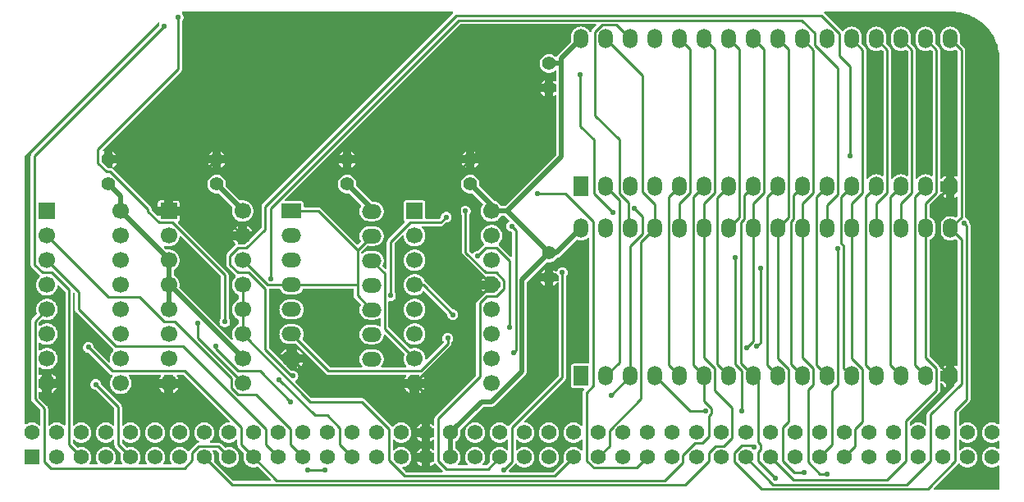
<source format=gbl>
G04 Layer: BottomLayer*
G04 EasyEDA v6.5.40, 2024-07-01 11:27:10*
G04 c1f3bc4e761f40e689e8ea0538afd347,7243cdaf381449fe92b9da44aa7c23a7,10*
G04 Gerber Generator version 0.2*
G04 Scale: 100 percent, Rotated: No, Reflected: No *
G04 Dimensions in millimeters *
G04 leading zeros omitted , absolute positions ,4 integer and 5 decimal *
%FSLAX45Y45*%
%MOMM*%

%ADD10C,0.2540*%
%ADD11C,0.5080*%
%ADD12R,2.0000X1.5000*%
%ADD13O,1.9999959999999999X1.499997*%
%ADD14R,1.7000X1.7000*%
%ADD15C,1.7000*%
%ADD16O,1.524X1.9999959999999999*%
%ADD17O,1.499997X1.9999959999999999*%
%ADD18R,1.5000X2.0000*%
%ADD19C,1.3970*%
%ADD20R,1.5748X1.5748*%
%ADD21C,1.5748*%
%ADD22C,0.5840*%
%ADD23C,0.6100*%
%ADD24C,0.0120*%

%LPD*%
G36*
X2518460Y-3690416D02*
G01*
X2514600Y-3689654D01*
X2511298Y-3687470D01*
X1978710Y-3154883D01*
X1976780Y-3152190D01*
X1975815Y-3149041D01*
X1975916Y-3145739D01*
X1977339Y-3138424D01*
X1978253Y-3124250D01*
X1977339Y-3110077D01*
X1974646Y-3096107D01*
X1970176Y-3082645D01*
X1963978Y-3069844D01*
X1956257Y-3057906D01*
X1947011Y-3047085D01*
X1936496Y-3037535D01*
X1921256Y-3026816D01*
X1919376Y-3023666D01*
X1918716Y-3020060D01*
X1918716Y-2974441D01*
X1919376Y-2970834D01*
X1921256Y-2967685D01*
X1936496Y-2956966D01*
X1947011Y-2947416D01*
X1956257Y-2936595D01*
X1963978Y-2924657D01*
X1970176Y-2911856D01*
X1974646Y-2898394D01*
X1977339Y-2884424D01*
X1978253Y-2870250D01*
X1977339Y-2856077D01*
X1974646Y-2842107D01*
X1970176Y-2828645D01*
X1963978Y-2815844D01*
X1956257Y-2803906D01*
X1947011Y-2793085D01*
X1936496Y-2783535D01*
X1924862Y-2775407D01*
X1912264Y-2768854D01*
X1898904Y-2763926D01*
X1885086Y-2760776D01*
X1870913Y-2759405D01*
X1856739Y-2759862D01*
X1849018Y-2761132D01*
X1845818Y-2761132D01*
X1842770Y-2760167D01*
X1840179Y-2758287D01*
X1819198Y-2737307D01*
X1816811Y-2733548D01*
X1816303Y-2729128D01*
X1817674Y-2724912D01*
X1820722Y-2721711D01*
X1824837Y-2720086D01*
X1829307Y-2720390D01*
X1842719Y-2724353D01*
X1856739Y-2726639D01*
X1870913Y-2727096D01*
X1885086Y-2725724D01*
X1898904Y-2722575D01*
X1912264Y-2717647D01*
X1924862Y-2711094D01*
X1936496Y-2702966D01*
X1947011Y-2693416D01*
X1956257Y-2682595D01*
X1963978Y-2670657D01*
X1970176Y-2657856D01*
X1974646Y-2644394D01*
X1977237Y-2630932D01*
X1978964Y-2626918D01*
X1982266Y-2624023D01*
X1986432Y-2622753D01*
X1990750Y-2623362D01*
X1994407Y-2625699D01*
X2404618Y-3035909D01*
X2406802Y-3039211D01*
X2407615Y-3043072D01*
X2407615Y-3462070D01*
X2406802Y-3465931D01*
X2398522Y-3477717D01*
X2394458Y-3486404D01*
X2391968Y-3495700D01*
X2391105Y-3505250D01*
X2391968Y-3514801D01*
X2394458Y-3524097D01*
X2398522Y-3532784D01*
X2404008Y-3540658D01*
X2410815Y-3547414D01*
X2418638Y-3552951D01*
X2427376Y-3557015D01*
X2436622Y-3559505D01*
X2446223Y-3560318D01*
X2455773Y-3559505D01*
X2465019Y-3557015D01*
X2473756Y-3552951D01*
X2481580Y-3547414D01*
X2488387Y-3540658D01*
X2493873Y-3532784D01*
X2497937Y-3524097D01*
X2500426Y-3514801D01*
X2501290Y-3505250D01*
X2500426Y-3495700D01*
X2497937Y-3486404D01*
X2493873Y-3477717D01*
X2485593Y-3465931D01*
X2484831Y-3462070D01*
X2484831Y-3023362D01*
X2484018Y-3015335D01*
X2481834Y-3008122D01*
X2478278Y-3001467D01*
X2473147Y-2995218D01*
X1963318Y-2485390D01*
X1961235Y-2482392D01*
X1960372Y-2478887D01*
X1960778Y-2475280D01*
X1962404Y-2472029D01*
X1965096Y-2469591D01*
X1968500Y-2467457D01*
X1972564Y-2463342D01*
X1975662Y-2458466D01*
X1977593Y-2452979D01*
X1978304Y-2446680D01*
X1978304Y-2411120D01*
X1916226Y-2411120D01*
X1916226Y-2431592D01*
X1915363Y-2435707D01*
X1912874Y-2439111D01*
X1909267Y-2441244D01*
X1905050Y-2441702D01*
X1902917Y-2441498D01*
X1828698Y-2441498D01*
X1824786Y-2440736D01*
X1821484Y-2438501D01*
X1819300Y-2435250D01*
X1818538Y-2431338D01*
X1818538Y-2411120D01*
X1756918Y-2411120D01*
X1753006Y-2410307D01*
X1749704Y-2408123D01*
X1695348Y-2353716D01*
X1693316Y-2350871D01*
X1692402Y-2347518D01*
X1691538Y-2338781D01*
X1689354Y-2331567D01*
X1685798Y-2324912D01*
X1680667Y-2318664D01*
X1290878Y-1928875D01*
X1287983Y-1925472D01*
X1286814Y-1921611D01*
X1287221Y-1917649D01*
X1289151Y-1914143D01*
X1292250Y-1911654D01*
X1294333Y-1910588D01*
X1305001Y-1903069D01*
X1314551Y-1894128D01*
X1322832Y-1884019D01*
X1329588Y-1872843D01*
X1330807Y-1870100D01*
X1285900Y-1870100D01*
X1285900Y-1908860D01*
X1285189Y-1912569D01*
X1283157Y-1915769D01*
X1280160Y-1918004D01*
X1276502Y-1919020D01*
X1272743Y-1918614D01*
X1270762Y-1918004D01*
X1262735Y-1917192D01*
X1245768Y-1917192D01*
X1241907Y-1916430D01*
X1238605Y-1914194D01*
X1206296Y-1881936D01*
X1204112Y-1878634D01*
X1203350Y-1874723D01*
X1203350Y-1870100D01*
X1198676Y-1870100D01*
X1194765Y-1869287D01*
X1191463Y-1867103D01*
X1176680Y-1852320D01*
X1174496Y-1849018D01*
X1173734Y-1845106D01*
X1173734Y-1797710D01*
X1174496Y-1793798D01*
X1176680Y-1790496D01*
X1179982Y-1788312D01*
X1183894Y-1787550D01*
X1203350Y-1787550D01*
X1203350Y-1742490D01*
X1199997Y-1743405D01*
X1195933Y-1742897D01*
X1192428Y-1740814D01*
X1190040Y-1737512D01*
X1189126Y-1733550D01*
X1189837Y-1729486D01*
X1192072Y-1726082D01*
X1991969Y-926185D01*
X1997100Y-919987D01*
X2000656Y-913282D01*
X2002840Y-906068D01*
X2003653Y-898042D01*
X2003653Y-403098D01*
X2004415Y-399237D01*
X2012696Y-387451D01*
X2016760Y-378764D01*
X2019249Y-369468D01*
X2020112Y-359918D01*
X2019249Y-350367D01*
X2016760Y-341071D01*
X2012696Y-332384D01*
X2007209Y-324510D01*
X2005330Y-322630D01*
X2003094Y-319328D01*
X2002332Y-315468D01*
X2003094Y-311556D01*
X2005330Y-308254D01*
X2008632Y-306070D01*
X2012492Y-305308D01*
X4794656Y-305308D01*
X4798517Y-306070D01*
X4801819Y-308254D01*
X4804054Y-311556D01*
X4804816Y-315468D01*
X4804054Y-319328D01*
X4801819Y-322630D01*
X2835452Y-2288997D01*
X2830322Y-2295245D01*
X2826766Y-2301900D01*
X2824581Y-2309114D01*
X2823819Y-2317140D01*
X2823819Y-2531262D01*
X2823006Y-2535123D01*
X2820822Y-2538425D01*
X2697124Y-2662123D01*
X2693822Y-2664307D01*
X2689961Y-2665120D01*
X2678226Y-2665120D01*
X2678226Y-2676804D01*
X2677464Y-2680716D01*
X2675280Y-2683967D01*
X2657602Y-2701645D01*
X2654300Y-2703880D01*
X2650388Y-2704642D01*
X2590698Y-2704642D01*
X2586837Y-2703880D01*
X2583535Y-2701645D01*
X2581300Y-2698394D01*
X2580538Y-2694482D01*
X2580538Y-2665120D01*
X2529890Y-2665120D01*
X2536444Y-2676753D01*
X2544927Y-2688132D01*
X2555595Y-2699054D01*
X2557830Y-2702560D01*
X2558491Y-2706725D01*
X2557373Y-2710738D01*
X2554782Y-2713990D01*
X2551988Y-2716326D01*
X2473960Y-2794304D01*
X2468829Y-2800553D01*
X2465273Y-2807208D01*
X2463088Y-2814421D01*
X2462326Y-2822448D01*
X2462326Y-2916834D01*
X2463088Y-2924860D01*
X2465273Y-2932074D01*
X2468829Y-2938729D01*
X2473960Y-2944977D01*
X2553208Y-3024174D01*
X2555392Y-3026003D01*
X2558135Y-3029559D01*
X2559100Y-3033928D01*
X2558084Y-3038297D01*
X2554833Y-3042158D01*
X2544978Y-3052368D01*
X2536444Y-3063748D01*
X2529484Y-3076143D01*
X2524150Y-3089300D01*
X2520543Y-3103067D01*
X2518714Y-3117138D01*
X2518714Y-3131362D01*
X2520543Y-3145434D01*
X2524150Y-3159201D01*
X2529484Y-3172358D01*
X2536444Y-3184753D01*
X2544978Y-3196132D01*
X2554833Y-3206343D01*
X2565958Y-3215182D01*
X2578100Y-3222548D01*
X2584704Y-3225495D01*
X2587904Y-3227730D01*
X2590038Y-3230981D01*
X2590800Y-3234791D01*
X2590800Y-3267710D01*
X2590038Y-3271520D01*
X2587904Y-3274771D01*
X2584704Y-3277006D01*
X2578100Y-3279952D01*
X2565958Y-3287318D01*
X2554833Y-3296158D01*
X2544978Y-3306368D01*
X2536444Y-3317748D01*
X2529484Y-3330143D01*
X2524150Y-3343300D01*
X2520543Y-3357067D01*
X2518714Y-3371138D01*
X2518714Y-3385362D01*
X2520543Y-3399434D01*
X2524150Y-3413201D01*
X2529484Y-3426358D01*
X2536444Y-3438753D01*
X2544978Y-3450132D01*
X2554833Y-3460343D01*
X2565958Y-3469182D01*
X2578100Y-3476548D01*
X2584704Y-3479495D01*
X2587904Y-3481730D01*
X2590038Y-3484981D01*
X2590800Y-3488791D01*
X2590800Y-3521710D01*
X2590038Y-3525520D01*
X2587904Y-3528771D01*
X2584704Y-3531006D01*
X2578100Y-3533952D01*
X2565958Y-3541318D01*
X2554833Y-3550158D01*
X2544978Y-3560368D01*
X2536444Y-3571748D01*
X2529484Y-3584143D01*
X2524150Y-3597300D01*
X2520543Y-3611067D01*
X2518714Y-3625138D01*
X2518714Y-3639362D01*
X2520543Y-3653434D01*
X2524150Y-3667201D01*
X2527909Y-3676446D01*
X2528671Y-3680358D01*
X2527858Y-3684219D01*
X2525623Y-3687470D01*
X2522372Y-3689654D01*
G37*

%LPC*%
G36*
X2678226Y-2567381D02*
G01*
X2728671Y-2567381D01*
X2726029Y-2561844D01*
X2718257Y-2549906D01*
X2709062Y-2539085D01*
X2698546Y-2529535D01*
X2686862Y-2521407D01*
X2678226Y-2516936D01*
G37*
G36*
X2529890Y-2567381D02*
G01*
X2580538Y-2567381D01*
X2580538Y-2516835D01*
X2578100Y-2517952D01*
X2565958Y-2525318D01*
X2554833Y-2534158D01*
X2544978Y-2544368D01*
X2536444Y-2555748D01*
G37*
G36*
X2632964Y-2473096D02*
G01*
X2647086Y-2471724D01*
X2660954Y-2468575D01*
X2674264Y-2463647D01*
X2686862Y-2457094D01*
X2698546Y-2448966D01*
X2709062Y-2439416D01*
X2718257Y-2428595D01*
X2726029Y-2416657D01*
X2732176Y-2403856D01*
X2736646Y-2390394D01*
X2739390Y-2376424D01*
X2740304Y-2362250D01*
X2739390Y-2348077D01*
X2736646Y-2334107D01*
X2732176Y-2320645D01*
X2726029Y-2307844D01*
X2718257Y-2295906D01*
X2709062Y-2285085D01*
X2698546Y-2275535D01*
X2686862Y-2267407D01*
X2674264Y-2260854D01*
X2660954Y-2255926D01*
X2647086Y-2252776D01*
X2632964Y-2251405D01*
X2618740Y-2251862D01*
X2611018Y-2253132D01*
X2607868Y-2253132D01*
X2604820Y-2252167D01*
X2602230Y-2250287D01*
X2459278Y-2107336D01*
X2457450Y-2104847D01*
X2456484Y-2101900D01*
X2456434Y-2098751D01*
X2457704Y-2089353D01*
X2457704Y-2076246D01*
X2455926Y-2063343D01*
X2452420Y-2050745D01*
X2447188Y-2038756D01*
X2440432Y-2027580D01*
X2432151Y-2017471D01*
X2422601Y-2008530D01*
X2411933Y-2001012D01*
X2400350Y-1994966D01*
X2388006Y-1990598D01*
X2375255Y-1987956D01*
X2362200Y-1987042D01*
X2349144Y-1987956D01*
X2336393Y-1990598D01*
X2324049Y-1994966D01*
X2312466Y-2001012D01*
X2301798Y-2008530D01*
X2292248Y-2017471D01*
X2283968Y-2027580D01*
X2277211Y-2038756D01*
X2271979Y-2050745D01*
X2268474Y-2063343D01*
X2266696Y-2076246D01*
X2266696Y-2089353D01*
X2268474Y-2102256D01*
X2271979Y-2114854D01*
X2277211Y-2126843D01*
X2283968Y-2138019D01*
X2292248Y-2148128D01*
X2301798Y-2157069D01*
X2312466Y-2164588D01*
X2324049Y-2170633D01*
X2336393Y-2175002D01*
X2349144Y-2177643D01*
X2362200Y-2178558D01*
X2375255Y-2177643D01*
X2380843Y-2177034D01*
X2384044Y-2177999D01*
X2386787Y-2179929D01*
X2522270Y-2315413D01*
X2524455Y-2318715D01*
X2525268Y-2322576D01*
X2520543Y-2341067D01*
X2518714Y-2355138D01*
X2518714Y-2369362D01*
X2520543Y-2383434D01*
X2524150Y-2397201D01*
X2529484Y-2410358D01*
X2536444Y-2422753D01*
X2544978Y-2434132D01*
X2554833Y-2444343D01*
X2565958Y-2453182D01*
X2578100Y-2460548D01*
X2591104Y-2466340D01*
X2604719Y-2470353D01*
X2618740Y-2472639D01*
G37*
G36*
X1916226Y-2313381D02*
G01*
X1978304Y-2313381D01*
X1978304Y-2277821D01*
X1977593Y-2271522D01*
X1975662Y-2266035D01*
X1972564Y-2261158D01*
X1968500Y-2257044D01*
X1963572Y-2253945D01*
X1958136Y-2252065D01*
X1951786Y-2251354D01*
X1916226Y-2251354D01*
G37*
G36*
X1756460Y-2313381D02*
G01*
X1818538Y-2313381D01*
X1818538Y-2251354D01*
X1782927Y-2251354D01*
X1776628Y-2252065D01*
X1771142Y-2253945D01*
X1766265Y-2257044D01*
X1762150Y-2261158D01*
X1759102Y-2266035D01*
X1757172Y-2271522D01*
X1756460Y-2277821D01*
G37*
G36*
X2320950Y-1915007D02*
G01*
X2320950Y-1870100D01*
X2275992Y-1870100D01*
X2277211Y-1872843D01*
X2283968Y-1884019D01*
X2292248Y-1894128D01*
X2301798Y-1903069D01*
X2312466Y-1910588D01*
G37*
G36*
X2403500Y-1915007D02*
G01*
X2411933Y-1910588D01*
X2422601Y-1903069D01*
X2432151Y-1894128D01*
X2440432Y-1884019D01*
X2447188Y-1872843D01*
X2448407Y-1870100D01*
X2403500Y-1870100D01*
G37*
G36*
X2403500Y-1787550D02*
G01*
X2448407Y-1787550D01*
X2447188Y-1784756D01*
X2440432Y-1773580D01*
X2432151Y-1763471D01*
X2422601Y-1754530D01*
X2411933Y-1747012D01*
X2403500Y-1742592D01*
G37*
G36*
X1285900Y-1787550D02*
G01*
X1330807Y-1787550D01*
X1329588Y-1784756D01*
X1322832Y-1773580D01*
X1314551Y-1763471D01*
X1305001Y-1754530D01*
X1294333Y-1747012D01*
X1285900Y-1742592D01*
G37*
G36*
X2275992Y-1787550D02*
G01*
X2320950Y-1787550D01*
X2320950Y-1742592D01*
X2312466Y-1747012D01*
X2301798Y-1754530D01*
X2292248Y-1763471D01*
X2283968Y-1773580D01*
X2277211Y-1784756D01*
G37*

%LPD*%
G36*
X790295Y-4574946D02*
G01*
X786485Y-4574387D01*
X783183Y-4572457D01*
X774903Y-4565192D01*
X763524Y-4557572D01*
X751230Y-4551527D01*
X738276Y-4547158D01*
X724865Y-4544466D01*
X711200Y-4543552D01*
X697534Y-4544466D01*
X684123Y-4547158D01*
X671169Y-4551527D01*
X658876Y-4557572D01*
X647496Y-4565192D01*
X639673Y-4572050D01*
X636320Y-4574032D01*
X632510Y-4574590D01*
X628751Y-4573676D01*
X625652Y-4571441D01*
X623519Y-4568240D01*
X622808Y-4564430D01*
X622808Y-4399127D01*
X621995Y-4391101D01*
X619810Y-4383887D01*
X616254Y-4377232D01*
X611124Y-4370984D01*
X528878Y-4288739D01*
X526694Y-4285437D01*
X525932Y-4281525D01*
X525932Y-4236161D01*
X526592Y-4232452D01*
X528624Y-4229252D01*
X531672Y-4227017D01*
X535330Y-4226001D01*
X539038Y-4226458D01*
X542391Y-4228185D01*
X546150Y-4231182D01*
X558292Y-4238548D01*
X560730Y-4239666D01*
X560730Y-4189120D01*
X536092Y-4189120D01*
X532180Y-4188307D01*
X528878Y-4186123D01*
X526694Y-4182821D01*
X525932Y-4178960D01*
X525932Y-4101541D01*
X526694Y-4097680D01*
X528878Y-4094378D01*
X532180Y-4092194D01*
X536092Y-4091381D01*
X560730Y-4091381D01*
X560730Y-4040835D01*
X558292Y-4041952D01*
X546150Y-4049318D01*
X542391Y-4052315D01*
X539038Y-4054043D01*
X535330Y-4054500D01*
X531672Y-4053484D01*
X528624Y-4051249D01*
X526592Y-4048048D01*
X525932Y-4044340D01*
X525932Y-3982161D01*
X526592Y-3978452D01*
X528624Y-3975252D01*
X531672Y-3973017D01*
X535330Y-3972001D01*
X539038Y-3972458D01*
X542391Y-3974185D01*
X546150Y-3977182D01*
X558292Y-3984548D01*
X571296Y-3990340D01*
X584911Y-3994353D01*
X598932Y-3996639D01*
X613156Y-3997096D01*
X627278Y-3995724D01*
X641146Y-3992575D01*
X654456Y-3987647D01*
X667054Y-3981094D01*
X678738Y-3972966D01*
X689254Y-3963415D01*
X698449Y-3952595D01*
X706221Y-3940657D01*
X712368Y-3927856D01*
X716838Y-3914394D01*
X719582Y-3900424D01*
X720496Y-3886250D01*
X719582Y-3872077D01*
X716838Y-3858107D01*
X712368Y-3844645D01*
X706221Y-3831844D01*
X698449Y-3819906D01*
X689254Y-3809085D01*
X678738Y-3799535D01*
X667054Y-3791407D01*
X654456Y-3784854D01*
X641146Y-3779926D01*
X627278Y-3776776D01*
X613156Y-3775405D01*
X598932Y-3775862D01*
X584911Y-3778148D01*
X571296Y-3782212D01*
X558292Y-3787952D01*
X546150Y-3795318D01*
X542391Y-3798315D01*
X539038Y-3800043D01*
X535330Y-3800500D01*
X531672Y-3799484D01*
X528624Y-3797249D01*
X526592Y-3794048D01*
X525932Y-3790340D01*
X525932Y-3728161D01*
X526592Y-3724452D01*
X528624Y-3721252D01*
X531672Y-3719017D01*
X535330Y-3718001D01*
X539038Y-3718458D01*
X542391Y-3720185D01*
X546150Y-3723182D01*
X558292Y-3730548D01*
X571296Y-3736340D01*
X584911Y-3740353D01*
X598932Y-3742639D01*
X613156Y-3743096D01*
X627278Y-3741724D01*
X641146Y-3738575D01*
X654456Y-3733647D01*
X667054Y-3727094D01*
X678738Y-3718966D01*
X689254Y-3709415D01*
X698449Y-3698595D01*
X706221Y-3686657D01*
X712368Y-3673856D01*
X716838Y-3660394D01*
X719582Y-3646424D01*
X720496Y-3632250D01*
X719582Y-3618077D01*
X716838Y-3604107D01*
X712368Y-3590645D01*
X706221Y-3577844D01*
X698449Y-3565906D01*
X689254Y-3555085D01*
X678738Y-3545535D01*
X667054Y-3537407D01*
X654456Y-3530854D01*
X641146Y-3525926D01*
X627278Y-3522776D01*
X613156Y-3521405D01*
X598932Y-3521862D01*
X584911Y-3524148D01*
X571296Y-3528212D01*
X558292Y-3533952D01*
X546150Y-3541318D01*
X542391Y-3544315D01*
X539038Y-3546043D01*
X535330Y-3546500D01*
X531672Y-3545484D01*
X528624Y-3543249D01*
X526592Y-3540048D01*
X525932Y-3536340D01*
X525932Y-3520744D01*
X526694Y-3516884D01*
X528878Y-3513582D01*
X558647Y-3483813D01*
X562000Y-3481578D01*
X565962Y-3480866D01*
X584911Y-3486353D01*
X598932Y-3488639D01*
X613156Y-3489096D01*
X627278Y-3487724D01*
X641146Y-3484575D01*
X654456Y-3479647D01*
X667054Y-3473094D01*
X678738Y-3464966D01*
X689254Y-3455415D01*
X698449Y-3444595D01*
X706221Y-3432657D01*
X712368Y-3419856D01*
X716838Y-3406394D01*
X719582Y-3392424D01*
X720496Y-3378250D01*
X719582Y-3364077D01*
X716838Y-3350107D01*
X712368Y-3336645D01*
X706221Y-3323844D01*
X698449Y-3311906D01*
X689254Y-3301085D01*
X678738Y-3291535D01*
X667054Y-3283407D01*
X654456Y-3276854D01*
X641146Y-3271926D01*
X627278Y-3268776D01*
X613156Y-3267405D01*
X598932Y-3267862D01*
X584911Y-3270148D01*
X571296Y-3274212D01*
X558292Y-3279952D01*
X546150Y-3287318D01*
X535025Y-3296158D01*
X525170Y-3306368D01*
X516635Y-3317748D01*
X509676Y-3330143D01*
X504342Y-3343300D01*
X500735Y-3357067D01*
X498957Y-3371138D01*
X498957Y-3385362D01*
X500735Y-3399434D01*
X504342Y-3413201D01*
X506374Y-3418128D01*
X507085Y-3421989D01*
X506323Y-3425850D01*
X504139Y-3429152D01*
X460349Y-3472891D01*
X455218Y-3479139D01*
X451662Y-3485794D01*
X449478Y-3493008D01*
X448716Y-3501034D01*
X448716Y-4301236D01*
X449478Y-4309262D01*
X451662Y-4316476D01*
X455218Y-4323181D01*
X460349Y-4329379D01*
X542594Y-4411675D01*
X544830Y-4414977D01*
X545592Y-4418838D01*
X545592Y-4564430D01*
X544880Y-4568240D01*
X542747Y-4571441D01*
X539648Y-4573676D01*
X535889Y-4574590D01*
X532079Y-4574032D01*
X528726Y-4572050D01*
X520903Y-4565192D01*
X509524Y-4557572D01*
X497230Y-4551527D01*
X484276Y-4547158D01*
X470865Y-4544466D01*
X457200Y-4543552D01*
X443534Y-4544466D01*
X430123Y-4547158D01*
X417169Y-4551527D01*
X404876Y-4557572D01*
X397306Y-4562652D01*
X393242Y-4564278D01*
X388874Y-4564024D01*
X385064Y-4561941D01*
X382422Y-4558487D01*
X381508Y-4554220D01*
X381508Y-1795475D01*
X382270Y-1791563D01*
X384454Y-1788261D01*
X1754479Y-418287D01*
X1757832Y-416051D01*
X1761794Y-415290D01*
X1765706Y-416153D01*
X1769008Y-418439D01*
X1771142Y-421843D01*
X1771802Y-425856D01*
X1770837Y-429768D01*
X1769872Y-431800D01*
X1767382Y-441096D01*
X1766824Y-447497D01*
X1765909Y-450900D01*
X1763928Y-453796D01*
X455879Y-1761794D01*
X450748Y-1768043D01*
X447192Y-1774698D01*
X445008Y-1781911D01*
X444246Y-1789938D01*
X444246Y-2916072D01*
X445008Y-2924098D01*
X447192Y-2931312D01*
X450748Y-2937967D01*
X455879Y-2944215D01*
X535889Y-3024174D01*
X539597Y-3028543D01*
X540562Y-3032912D01*
X539546Y-3037281D01*
X536752Y-3040786D01*
X535025Y-3042158D01*
X525170Y-3052368D01*
X516635Y-3063748D01*
X509676Y-3076143D01*
X504342Y-3089300D01*
X500735Y-3103067D01*
X498957Y-3117138D01*
X498957Y-3131362D01*
X500735Y-3145434D01*
X504342Y-3159201D01*
X509676Y-3172358D01*
X516635Y-3184753D01*
X525170Y-3196132D01*
X535025Y-3206343D01*
X546150Y-3215182D01*
X558292Y-3222548D01*
X571296Y-3228340D01*
X584911Y-3232353D01*
X598932Y-3234639D01*
X613156Y-3235096D01*
X627278Y-3233724D01*
X641146Y-3230575D01*
X654456Y-3225647D01*
X667054Y-3219094D01*
X678738Y-3210966D01*
X689254Y-3201416D01*
X698449Y-3190595D01*
X706221Y-3178657D01*
X712368Y-3165856D01*
X716838Y-3152394D01*
X719582Y-3138424D01*
X719785Y-3135172D01*
X720750Y-3131464D01*
X723036Y-3128365D01*
X726338Y-3126333D01*
X730148Y-3125673D01*
X733907Y-3126486D01*
X737108Y-3128670D01*
X797052Y-3188614D01*
X799236Y-3191916D01*
X800049Y-3195777D01*
X800049Y-4564786D01*
X799287Y-4568596D01*
X797204Y-4571847D01*
X794054Y-4574082D01*
G37*

%LPC*%
G36*
X658418Y-4239564D02*
G01*
X667054Y-4235094D01*
X678738Y-4226966D01*
X689254Y-4217416D01*
X698449Y-4206595D01*
X706221Y-4194657D01*
X708914Y-4189120D01*
X658418Y-4189120D01*
G37*
G36*
X658418Y-4091381D02*
G01*
X708914Y-4091381D01*
X706221Y-4085844D01*
X698449Y-4073906D01*
X689254Y-4063085D01*
X678738Y-4053535D01*
X667054Y-4045407D01*
X658418Y-4040936D01*
G37*

%LPD*%
G36*
X5388508Y-5058054D02*
G01*
X5384850Y-5057394D01*
X5381701Y-5055463D01*
X5379466Y-5052517D01*
X5378399Y-5048961D01*
X5379567Y-5037785D01*
X5380482Y-5034381D01*
X5382463Y-5031486D01*
X5437124Y-4976825D01*
X5442407Y-4970373D01*
X5445861Y-4967681D01*
X5450128Y-4966665D01*
X5454396Y-4967528D01*
X5457901Y-4970119D01*
X5463235Y-4976164D01*
X5473496Y-4985207D01*
X5484876Y-4992827D01*
X5497169Y-4998872D01*
X5510123Y-5003241D01*
X5523534Y-5005933D01*
X5537200Y-5006848D01*
X5550865Y-5005933D01*
X5564276Y-5003241D01*
X5577230Y-4998872D01*
X5589524Y-4992827D01*
X5600903Y-4985207D01*
X5611164Y-4976164D01*
X5620207Y-4965903D01*
X5627827Y-4954524D01*
X5633872Y-4942230D01*
X5638241Y-4929276D01*
X5640933Y-4915865D01*
X5641848Y-4902200D01*
X5640933Y-4888534D01*
X5638241Y-4875123D01*
X5633872Y-4862169D01*
X5627827Y-4849876D01*
X5620207Y-4838496D01*
X5611164Y-4828235D01*
X5600903Y-4819192D01*
X5589524Y-4811572D01*
X5577230Y-4805527D01*
X5564276Y-4801158D01*
X5550865Y-4798466D01*
X5537200Y-4797552D01*
X5523534Y-4798466D01*
X5510123Y-4801158D01*
X5497169Y-4805527D01*
X5484876Y-4811572D01*
X5473496Y-4819192D01*
X5465673Y-4826050D01*
X5462320Y-4828032D01*
X5458510Y-4828590D01*
X5454751Y-4827676D01*
X5451652Y-4825441D01*
X5449519Y-4822240D01*
X5448808Y-4818430D01*
X5448808Y-4731969D01*
X5449519Y-4728159D01*
X5451652Y-4724958D01*
X5454751Y-4722723D01*
X5458510Y-4721809D01*
X5462320Y-4722368D01*
X5465673Y-4724349D01*
X5473496Y-4731207D01*
X5484876Y-4738827D01*
X5497169Y-4744872D01*
X5510123Y-4749241D01*
X5523534Y-4751933D01*
X5537200Y-4752848D01*
X5550865Y-4751933D01*
X5564276Y-4749241D01*
X5577230Y-4744872D01*
X5589524Y-4738827D01*
X5600903Y-4731207D01*
X5611164Y-4722164D01*
X5620207Y-4711903D01*
X5627827Y-4700524D01*
X5633872Y-4688230D01*
X5638241Y-4675276D01*
X5640933Y-4661865D01*
X5641848Y-4648200D01*
X5640933Y-4634534D01*
X5638241Y-4621123D01*
X5633872Y-4608169D01*
X5627827Y-4595876D01*
X5620207Y-4584496D01*
X5611164Y-4574235D01*
X5600903Y-4565192D01*
X5589524Y-4557572D01*
X5577230Y-4551527D01*
X5564276Y-4547158D01*
X5550865Y-4544466D01*
X5542229Y-4543907D01*
X5538520Y-4542942D01*
X5535422Y-4540605D01*
X5533390Y-4537354D01*
X5532729Y-4533544D01*
X5533542Y-4529785D01*
X5535726Y-4526584D01*
X5957163Y-4105148D01*
X5962294Y-4098899D01*
X5965850Y-4092244D01*
X5968034Y-4085031D01*
X5968847Y-4077004D01*
X5968847Y-3039059D01*
X5969609Y-3035198D01*
X5977890Y-3023412D01*
X5981954Y-3014726D01*
X5984443Y-3005429D01*
X5985306Y-2995879D01*
X5984443Y-2986328D01*
X5981954Y-2977032D01*
X5977890Y-2968345D01*
X5972403Y-2960471D01*
X5965596Y-2953715D01*
X5957773Y-2948178D01*
X5949035Y-2944114D01*
X5939790Y-2941624D01*
X5930239Y-2940812D01*
X5920638Y-2941624D01*
X5911392Y-2944114D01*
X5902655Y-2948178D01*
X5894832Y-2953715D01*
X5888024Y-2960471D01*
X5882538Y-2968345D01*
X5876290Y-2981807D01*
X5873089Y-2984449D01*
X5869127Y-2985617D01*
X5864961Y-2985058D01*
X5861456Y-2982925D01*
X5851601Y-2973730D01*
X5840933Y-2966212D01*
X5832500Y-2961792D01*
X5832500Y-3006750D01*
X5868517Y-3006750D01*
X5872835Y-3007664D01*
X5876290Y-3010357D01*
X5882538Y-3023412D01*
X5890818Y-3035198D01*
X5891631Y-3039059D01*
X5891631Y-3079140D01*
X5890818Y-3083001D01*
X5888634Y-3086303D01*
X5885332Y-3088487D01*
X5881471Y-3089300D01*
X5832500Y-3089300D01*
X5832500Y-3134207D01*
X5840933Y-3129788D01*
X5851601Y-3122269D01*
X5861151Y-3113328D01*
X5869432Y-3103219D01*
X5872784Y-3097682D01*
X5875782Y-3094532D01*
X5879846Y-3092958D01*
X5884164Y-3093212D01*
X5888024Y-3095244D01*
X5890666Y-3098698D01*
X5891631Y-3102965D01*
X5891631Y-4057294D01*
X5890818Y-4061155D01*
X5888634Y-4064457D01*
X5383276Y-4569866D01*
X5378145Y-4576064D01*
X5375300Y-4579823D01*
X5371846Y-4581702D01*
X5367985Y-4582160D01*
X5364226Y-4581093D01*
X5361127Y-4578756D01*
X5357164Y-4574235D01*
X5346903Y-4565192D01*
X5335524Y-4557572D01*
X5323230Y-4551527D01*
X5310276Y-4547158D01*
X5296865Y-4544466D01*
X5283200Y-4543552D01*
X5269534Y-4544466D01*
X5256123Y-4547158D01*
X5243169Y-4551527D01*
X5230876Y-4557572D01*
X5219496Y-4565192D01*
X5209235Y-4574235D01*
X5200192Y-4584496D01*
X5192572Y-4595876D01*
X5186527Y-4608169D01*
X5182158Y-4621123D01*
X5179466Y-4634534D01*
X5178552Y-4648200D01*
X5179466Y-4661865D01*
X5182158Y-4675276D01*
X5186527Y-4688230D01*
X5192572Y-4700524D01*
X5200192Y-4711903D01*
X5209235Y-4722164D01*
X5219496Y-4731207D01*
X5230876Y-4738827D01*
X5243169Y-4744872D01*
X5256123Y-4749241D01*
X5269534Y-4751933D01*
X5283200Y-4752848D01*
X5296865Y-4751933D01*
X5310276Y-4749241D01*
X5323230Y-4744872D01*
X5335524Y-4738827D01*
X5346903Y-4731207D01*
X5354726Y-4724349D01*
X5358079Y-4722368D01*
X5361889Y-4721809D01*
X5365648Y-4722723D01*
X5368747Y-4724958D01*
X5370880Y-4728159D01*
X5371592Y-4731969D01*
X5371592Y-4818430D01*
X5370880Y-4822240D01*
X5368747Y-4825441D01*
X5365648Y-4827676D01*
X5361889Y-4828590D01*
X5358079Y-4828032D01*
X5354726Y-4826050D01*
X5346903Y-4819192D01*
X5335524Y-4811572D01*
X5323230Y-4805527D01*
X5310276Y-4801158D01*
X5296865Y-4798466D01*
X5283200Y-4797552D01*
X5269534Y-4798466D01*
X5256123Y-4801158D01*
X5243169Y-4805527D01*
X5230876Y-4811572D01*
X5219496Y-4819192D01*
X5209235Y-4828235D01*
X5200192Y-4838496D01*
X5192572Y-4849876D01*
X5186527Y-4862169D01*
X5182158Y-4875123D01*
X5179466Y-4888534D01*
X5178552Y-4902200D01*
X5179466Y-4915865D01*
X5182158Y-4929276D01*
X5185003Y-4937760D01*
X5185562Y-4941468D01*
X5184698Y-4945126D01*
X5182565Y-4948224D01*
X5147665Y-4983124D01*
X5144363Y-4985308D01*
X5140502Y-4986121D01*
X5116931Y-4986121D01*
X5113121Y-4985359D01*
X5109870Y-4983276D01*
X5107635Y-4980127D01*
X5106771Y-4976368D01*
X5107330Y-4972558D01*
X5109260Y-4969256D01*
X5112207Y-4965903D01*
X5119827Y-4954524D01*
X5125872Y-4942230D01*
X5130241Y-4929276D01*
X5132933Y-4915865D01*
X5133848Y-4902200D01*
X5132933Y-4888534D01*
X5130241Y-4875123D01*
X5125872Y-4862169D01*
X5119827Y-4849876D01*
X5112207Y-4838496D01*
X5103164Y-4828235D01*
X5092903Y-4819192D01*
X5081524Y-4811572D01*
X5069230Y-4805527D01*
X5056276Y-4801158D01*
X5042865Y-4798466D01*
X5029200Y-4797552D01*
X5015534Y-4798466D01*
X5002123Y-4801158D01*
X4989169Y-4805527D01*
X4976876Y-4811572D01*
X4965496Y-4819192D01*
X4955235Y-4828235D01*
X4946192Y-4838496D01*
X4938572Y-4849876D01*
X4932527Y-4862169D01*
X4928158Y-4875123D01*
X4925466Y-4888534D01*
X4924552Y-4902200D01*
X4925466Y-4915865D01*
X4928158Y-4929276D01*
X4932527Y-4942230D01*
X4938572Y-4954524D01*
X4946192Y-4965903D01*
X4949139Y-4969256D01*
X4951069Y-4972558D01*
X4951628Y-4976368D01*
X4950764Y-4980127D01*
X4948529Y-4983276D01*
X4945278Y-4985359D01*
X4941468Y-4986121D01*
X4862931Y-4986121D01*
X4859121Y-4985359D01*
X4855870Y-4983276D01*
X4853635Y-4980127D01*
X4852771Y-4976368D01*
X4853330Y-4972558D01*
X4855260Y-4969256D01*
X4858207Y-4965903D01*
X4865827Y-4954524D01*
X4871872Y-4942230D01*
X4876241Y-4929276D01*
X4878933Y-4915865D01*
X4879848Y-4902200D01*
X4878933Y-4888534D01*
X4876241Y-4875123D01*
X4871872Y-4862169D01*
X4865827Y-4849876D01*
X4858207Y-4838496D01*
X4849164Y-4828235D01*
X4838903Y-4819192D01*
X4831029Y-4813960D01*
X4828590Y-4811674D01*
X4827066Y-4808778D01*
X4826508Y-4805476D01*
X4826508Y-4744923D01*
X4827066Y-4741621D01*
X4828590Y-4738725D01*
X4831029Y-4736439D01*
X4838903Y-4731207D01*
X4849164Y-4722164D01*
X4858207Y-4711903D01*
X4865827Y-4700524D01*
X4871872Y-4688230D01*
X4876241Y-4675276D01*
X4878933Y-4661865D01*
X4879848Y-4648200D01*
X4878933Y-4634534D01*
X4877104Y-4625238D01*
X4876952Y-4621936D01*
X4877917Y-4618786D01*
X4879848Y-4616094D01*
X5111902Y-4384040D01*
X5115204Y-4381855D01*
X5119116Y-4381093D01*
X5197398Y-4381093D01*
X5202072Y-4380839D01*
X5206492Y-4380280D01*
X5210860Y-4379315D01*
X5215128Y-4377944D01*
X5219293Y-4376267D01*
X5223256Y-4374184D01*
X5227015Y-4371797D01*
X5230571Y-4369054D01*
X5234025Y-4365904D01*
X5546750Y-4053179D01*
X5549900Y-4049725D01*
X5552643Y-4046169D01*
X5555030Y-4042410D01*
X5557113Y-4038447D01*
X5558790Y-4034282D01*
X5560161Y-4030014D01*
X5561126Y-4025646D01*
X5561685Y-4021226D01*
X5561939Y-4016552D01*
X5561939Y-3100070D01*
X5562701Y-3096209D01*
X5564886Y-3092907D01*
X5766663Y-2891129D01*
X5769356Y-2889199D01*
X5772556Y-2888234D01*
X5778144Y-2888843D01*
X5791200Y-2889758D01*
X5804255Y-2888843D01*
X5817006Y-2886202D01*
X5829350Y-2881833D01*
X5840933Y-2875788D01*
X5851601Y-2868269D01*
X5861151Y-2859379D01*
X5870143Y-2848203D01*
X5872734Y-2845917D01*
X5875934Y-2844647D01*
X5881268Y-2843530D01*
X5885434Y-2842209D01*
X5889599Y-2840482D01*
X5893562Y-2838450D01*
X5897321Y-2836011D01*
X5900877Y-2833319D01*
X5904331Y-2830118D01*
X6073546Y-2660954D01*
X6076645Y-2658821D01*
X6080252Y-2657957D01*
X6083960Y-2658516D01*
X6095492Y-2662428D01*
X6108598Y-2665018D01*
X6121908Y-2665882D01*
X6135217Y-2665018D01*
X6148324Y-2662428D01*
X6160973Y-2658110D01*
X6172962Y-2652217D01*
X6184036Y-2644800D01*
X6192926Y-2637028D01*
X6196279Y-2635046D01*
X6200089Y-2634488D01*
X6203848Y-2635402D01*
X6206947Y-2637637D01*
X6209080Y-2640838D01*
X6209792Y-2644648D01*
X6209792Y-3928262D01*
X6208928Y-3932377D01*
X6206388Y-3935831D01*
X6202730Y-3937914D01*
X6198514Y-3938320D01*
X6196330Y-3938117D01*
X6047486Y-3938117D01*
X6041136Y-3938828D01*
X6035700Y-3940708D01*
X6030772Y-3943807D01*
X6026708Y-3947871D01*
X6023610Y-3952798D01*
X6021730Y-3958234D01*
X6021019Y-3964584D01*
X6021019Y-4163415D01*
X6021730Y-4169765D01*
X6023610Y-4175201D01*
X6026708Y-4180128D01*
X6030772Y-4184192D01*
X6035700Y-4187291D01*
X6041136Y-4189171D01*
X6047486Y-4189933D01*
X6145784Y-4189933D01*
X6149695Y-4190695D01*
X6152997Y-4192879D01*
X6155182Y-4196181D01*
X6155944Y-4200093D01*
X6155182Y-4203954D01*
X6152997Y-4207256D01*
X6150102Y-4210151D01*
X6144971Y-4216349D01*
X6141415Y-4223054D01*
X6139230Y-4230268D01*
X6138468Y-4238294D01*
X6138468Y-4569206D01*
X6137605Y-4573168D01*
X6135319Y-4576521D01*
X6131864Y-4578705D01*
X6127851Y-4579315D01*
X6123889Y-4578350D01*
X6120638Y-4575911D01*
X6119164Y-4574235D01*
X6108903Y-4565192D01*
X6097524Y-4557572D01*
X6085230Y-4551527D01*
X6072276Y-4547158D01*
X6058865Y-4544466D01*
X6045200Y-4543552D01*
X6031534Y-4544466D01*
X6018123Y-4547158D01*
X6005169Y-4551527D01*
X5992876Y-4557572D01*
X5981496Y-4565192D01*
X5971235Y-4574235D01*
X5962192Y-4584496D01*
X5954572Y-4595876D01*
X5948527Y-4608169D01*
X5944158Y-4621123D01*
X5941466Y-4634534D01*
X5940552Y-4648200D01*
X5941466Y-4661865D01*
X5944158Y-4675276D01*
X5948527Y-4688230D01*
X5954572Y-4700524D01*
X5962192Y-4711903D01*
X5971235Y-4722164D01*
X5981496Y-4731207D01*
X5992876Y-4738827D01*
X6005169Y-4744872D01*
X6018123Y-4749241D01*
X6031534Y-4751933D01*
X6045200Y-4752848D01*
X6058865Y-4751933D01*
X6072276Y-4749241D01*
X6085230Y-4744872D01*
X6097524Y-4738827D01*
X6108903Y-4731207D01*
X6119164Y-4722164D01*
X6120638Y-4720539D01*
X6123889Y-4718050D01*
X6127851Y-4717084D01*
X6131864Y-4717694D01*
X6135319Y-4719878D01*
X6137605Y-4723231D01*
X6138468Y-4727194D01*
X6138468Y-4823206D01*
X6137605Y-4827168D01*
X6135319Y-4830521D01*
X6131864Y-4832705D01*
X6127851Y-4833315D01*
X6123889Y-4832350D01*
X6120638Y-4829911D01*
X6119164Y-4828235D01*
X6108903Y-4819192D01*
X6097524Y-4811572D01*
X6085230Y-4805527D01*
X6072276Y-4801158D01*
X6058865Y-4798466D01*
X6045200Y-4797552D01*
X6031534Y-4798466D01*
X6018123Y-4801158D01*
X6005169Y-4805527D01*
X5992876Y-4811572D01*
X5981496Y-4819192D01*
X5971235Y-4828235D01*
X5962192Y-4838496D01*
X5954572Y-4849876D01*
X5948527Y-4862169D01*
X5944158Y-4875123D01*
X5941466Y-4888534D01*
X5940552Y-4902200D01*
X5941466Y-4915865D01*
X5944158Y-4929276D01*
X5947003Y-4937760D01*
X5947562Y-4941468D01*
X5946698Y-4945126D01*
X5944565Y-4948224D01*
X5837732Y-5055057D01*
X5834430Y-5057292D01*
X5830519Y-5058054D01*
G37*

%LPC*%
G36*
X5791200Y-5006848D02*
G01*
X5804865Y-5005933D01*
X5818276Y-5003241D01*
X5831230Y-4998872D01*
X5843524Y-4992827D01*
X5854903Y-4985207D01*
X5865164Y-4976164D01*
X5874207Y-4965903D01*
X5881827Y-4954524D01*
X5887872Y-4942230D01*
X5892241Y-4929276D01*
X5894933Y-4915865D01*
X5895848Y-4902200D01*
X5894933Y-4888534D01*
X5892241Y-4875123D01*
X5887872Y-4862169D01*
X5881827Y-4849876D01*
X5874207Y-4838496D01*
X5865164Y-4828235D01*
X5854903Y-4819192D01*
X5843524Y-4811572D01*
X5831230Y-4805527D01*
X5818276Y-4801158D01*
X5804865Y-4798466D01*
X5791200Y-4797552D01*
X5777534Y-4798466D01*
X5764123Y-4801158D01*
X5751169Y-4805527D01*
X5738876Y-4811572D01*
X5727496Y-4819192D01*
X5717235Y-4828235D01*
X5708192Y-4838496D01*
X5700572Y-4849876D01*
X5694527Y-4862169D01*
X5690158Y-4875123D01*
X5687466Y-4888534D01*
X5686552Y-4902200D01*
X5687466Y-4915865D01*
X5690158Y-4929276D01*
X5694527Y-4942230D01*
X5700572Y-4954524D01*
X5708192Y-4965903D01*
X5717235Y-4976164D01*
X5727496Y-4985207D01*
X5738876Y-4992827D01*
X5751169Y-4998872D01*
X5764123Y-5003241D01*
X5777534Y-5005933D01*
G37*
G36*
X5791200Y-4752848D02*
G01*
X5804865Y-4751933D01*
X5818276Y-4749241D01*
X5831230Y-4744872D01*
X5843524Y-4738827D01*
X5854903Y-4731207D01*
X5865164Y-4722164D01*
X5874207Y-4711903D01*
X5881827Y-4700524D01*
X5887872Y-4688230D01*
X5892241Y-4675276D01*
X5894933Y-4661865D01*
X5895848Y-4648200D01*
X5894933Y-4634534D01*
X5892241Y-4621123D01*
X5887872Y-4608169D01*
X5881827Y-4595876D01*
X5874207Y-4584496D01*
X5865164Y-4574235D01*
X5854903Y-4565192D01*
X5843524Y-4557572D01*
X5831230Y-4551527D01*
X5818276Y-4547158D01*
X5804865Y-4544466D01*
X5791200Y-4543552D01*
X5777534Y-4544466D01*
X5764123Y-4547158D01*
X5751169Y-4551527D01*
X5738876Y-4557572D01*
X5727496Y-4565192D01*
X5717235Y-4574235D01*
X5708192Y-4584496D01*
X5700572Y-4595876D01*
X5694527Y-4608169D01*
X5690158Y-4621123D01*
X5687466Y-4634534D01*
X5686552Y-4648200D01*
X5687466Y-4661865D01*
X5690158Y-4675276D01*
X5694527Y-4688230D01*
X5700572Y-4700524D01*
X5708192Y-4711903D01*
X5717235Y-4722164D01*
X5727496Y-4731207D01*
X5738876Y-4738827D01*
X5751169Y-4744872D01*
X5764123Y-4749241D01*
X5777534Y-4751933D01*
G37*
G36*
X5029200Y-4752848D02*
G01*
X5042865Y-4751933D01*
X5056276Y-4749241D01*
X5069230Y-4744872D01*
X5081524Y-4738827D01*
X5092903Y-4731207D01*
X5103164Y-4722164D01*
X5112207Y-4711903D01*
X5119827Y-4700524D01*
X5125872Y-4688230D01*
X5130241Y-4675276D01*
X5132933Y-4661865D01*
X5133848Y-4648200D01*
X5132933Y-4634534D01*
X5130241Y-4621123D01*
X5125872Y-4608169D01*
X5119827Y-4595876D01*
X5112207Y-4584496D01*
X5103164Y-4574235D01*
X5092903Y-4565192D01*
X5081524Y-4557572D01*
X5069230Y-4551527D01*
X5056276Y-4547158D01*
X5042865Y-4544466D01*
X5029200Y-4543552D01*
X5015534Y-4544466D01*
X5002123Y-4547158D01*
X4989169Y-4551527D01*
X4976876Y-4557572D01*
X4965496Y-4565192D01*
X4955235Y-4574235D01*
X4946192Y-4584496D01*
X4938572Y-4595876D01*
X4932527Y-4608169D01*
X4928158Y-4621123D01*
X4925466Y-4634534D01*
X4924552Y-4648200D01*
X4925466Y-4661865D01*
X4928158Y-4675276D01*
X4932527Y-4688230D01*
X4938572Y-4700524D01*
X4946192Y-4711903D01*
X4955235Y-4722164D01*
X4965496Y-4731207D01*
X4976876Y-4738827D01*
X4989169Y-4744872D01*
X5002123Y-4749241D01*
X5015534Y-4751933D01*
G37*
G36*
X5749950Y-3134207D02*
G01*
X5749950Y-3089300D01*
X5704992Y-3089300D01*
X5706211Y-3092043D01*
X5712968Y-3103219D01*
X5721248Y-3113328D01*
X5730798Y-3122269D01*
X5741466Y-3129788D01*
G37*
G36*
X5704992Y-3006750D02*
G01*
X5749950Y-3006750D01*
X5749950Y-2961792D01*
X5741466Y-2966212D01*
X5730798Y-2973730D01*
X5721248Y-2982671D01*
X5712968Y-2992780D01*
X5706211Y-3003956D01*
G37*

%LPD*%
G36*
X4320184Y-5058054D02*
G01*
X4316272Y-5057292D01*
X4312970Y-5055057D01*
X4280103Y-5022189D01*
X4277766Y-5018532D01*
X4277156Y-5014214D01*
X4278426Y-5010048D01*
X4281322Y-5006797D01*
X4285284Y-5005070D01*
X4294276Y-5003241D01*
X4307230Y-4998872D01*
X4319524Y-4992827D01*
X4330903Y-4985207D01*
X4341164Y-4976164D01*
X4350207Y-4965903D01*
X4357827Y-4954524D01*
X4363872Y-4942230D01*
X4368241Y-4929276D01*
X4370933Y-4915865D01*
X4371848Y-4902200D01*
X4370933Y-4888534D01*
X4368241Y-4875123D01*
X4363872Y-4862169D01*
X4357827Y-4849876D01*
X4350207Y-4838496D01*
X4341164Y-4828235D01*
X4330903Y-4819192D01*
X4319524Y-4811572D01*
X4307230Y-4805527D01*
X4294276Y-4801158D01*
X4280865Y-4798466D01*
X4267200Y-4797552D01*
X4253534Y-4798466D01*
X4240123Y-4801158D01*
X4227169Y-4805527D01*
X4214876Y-4811572D01*
X4203496Y-4819192D01*
X4195673Y-4826050D01*
X4192320Y-4828032D01*
X4188510Y-4828590D01*
X4184751Y-4827676D01*
X4181652Y-4825441D01*
X4179519Y-4822240D01*
X4178808Y-4818430D01*
X4178808Y-4731969D01*
X4179519Y-4728159D01*
X4181652Y-4724958D01*
X4184751Y-4722723D01*
X4188510Y-4721809D01*
X4192320Y-4722368D01*
X4195673Y-4724349D01*
X4203496Y-4731207D01*
X4214876Y-4738827D01*
X4227169Y-4744872D01*
X4240123Y-4749241D01*
X4253534Y-4751933D01*
X4267200Y-4752848D01*
X4280865Y-4751933D01*
X4294276Y-4749241D01*
X4307230Y-4744872D01*
X4319524Y-4738827D01*
X4330903Y-4731207D01*
X4341164Y-4722164D01*
X4350207Y-4711903D01*
X4357827Y-4700524D01*
X4363872Y-4688230D01*
X4368241Y-4675276D01*
X4370933Y-4661865D01*
X4371848Y-4648200D01*
X4370933Y-4634534D01*
X4368241Y-4621123D01*
X4363872Y-4608169D01*
X4357827Y-4595876D01*
X4350207Y-4584496D01*
X4341164Y-4574235D01*
X4330903Y-4565192D01*
X4319524Y-4557572D01*
X4307230Y-4551527D01*
X4294276Y-4547158D01*
X4280865Y-4544466D01*
X4267200Y-4543552D01*
X4253534Y-4544466D01*
X4240123Y-4547158D01*
X4227169Y-4551527D01*
X4214876Y-4557572D01*
X4203496Y-4565192D01*
X4193235Y-4574184D01*
X4183532Y-4585309D01*
X4180027Y-4587900D01*
X4175760Y-4588814D01*
X4171492Y-4587798D01*
X4168038Y-4585106D01*
X4167124Y-4583988D01*
X3884269Y-4301134D01*
X3878072Y-4296003D01*
X3871366Y-4292447D01*
X3864152Y-4290263D01*
X3856126Y-4289501D01*
X3345434Y-4289501D01*
X3341522Y-4288688D01*
X3338220Y-4286504D01*
X3177844Y-4126077D01*
X3175457Y-4122369D01*
X3174898Y-4118000D01*
X3176219Y-4113834D01*
X3179165Y-4110583D01*
X3185414Y-4106214D01*
X3192221Y-4099407D01*
X3197707Y-4091584D01*
X3201771Y-4082846D01*
X3204260Y-4073601D01*
X3205124Y-4064050D01*
X3204260Y-4054449D01*
X3201771Y-4045204D01*
X3197707Y-4036466D01*
X3192221Y-4028643D01*
X3185414Y-4021836D01*
X3177590Y-4016349D01*
X3168853Y-4012285D01*
X3159607Y-4009796D01*
X3150057Y-4008932D01*
X3140862Y-4009745D01*
X3136493Y-4009186D01*
X3132785Y-4006799D01*
X3081731Y-3955745D01*
X3079496Y-3952443D01*
X3078734Y-3948582D01*
X3078734Y-3930040D01*
X3060242Y-3930040D01*
X3056331Y-3929278D01*
X3053029Y-3927094D01*
X2904134Y-3778148D01*
X2901899Y-3774846D01*
X2901137Y-3770934D01*
X2901137Y-3172968D01*
X2901899Y-3169056D01*
X2904134Y-3165805D01*
X2907385Y-3163570D01*
X2911297Y-3162808D01*
X3010560Y-3162808D01*
X3014268Y-3163519D01*
X3017418Y-3165500D01*
X3019704Y-3168497D01*
X3022701Y-3174644D01*
X3030067Y-3185617D01*
X3038754Y-3195523D01*
X3048660Y-3204260D01*
X3059633Y-3211576D01*
X3071469Y-3217418D01*
X3083966Y-3221634D01*
X3096920Y-3224225D01*
X3110433Y-3225088D01*
X3159760Y-3225088D01*
X3173272Y-3224225D01*
X3186226Y-3221634D01*
X3198723Y-3217418D01*
X3210560Y-3211576D01*
X3221482Y-3204260D01*
X3231438Y-3195523D01*
X3240125Y-3185617D01*
X3247440Y-3174644D01*
X3250488Y-3168497D01*
X3252774Y-3165500D01*
X3255924Y-3163519D01*
X3259632Y-3162808D01*
X3766565Y-3162808D01*
X3770426Y-3163570D01*
X3773728Y-3165805D01*
X3775913Y-3169056D01*
X3776726Y-3172968D01*
X3776726Y-3234131D01*
X3777487Y-3242157D01*
X3779672Y-3249371D01*
X3783228Y-3256026D01*
X3788359Y-3262274D01*
X3846322Y-3320237D01*
X3848608Y-3323742D01*
X3849319Y-3327857D01*
X3848252Y-3331921D01*
X3843223Y-3342132D01*
X3839006Y-3354628D01*
X3836415Y-3367582D01*
X3835552Y-3380740D01*
X3836415Y-3393897D01*
X3839006Y-3406851D01*
X3843223Y-3419348D01*
X3849065Y-3431184D01*
X3856380Y-3442157D01*
X3865118Y-3452063D01*
X3875024Y-3460800D01*
X3885996Y-3468115D01*
X3897833Y-3473958D01*
X3910329Y-3478174D01*
X3923284Y-3480765D01*
X3936746Y-3481628D01*
X3986123Y-3481628D01*
X3999585Y-3480765D01*
X4012539Y-3478174D01*
X4025036Y-3473958D01*
X4036872Y-3468115D01*
X4040327Y-3465779D01*
X4044391Y-3464204D01*
X4048760Y-3464458D01*
X4052570Y-3466490D01*
X4055211Y-3469995D01*
X4056176Y-3474262D01*
X4056176Y-3541217D01*
X4055211Y-3545484D01*
X4052570Y-3548989D01*
X4048760Y-3551021D01*
X4044391Y-3551275D01*
X4040327Y-3549700D01*
X4036872Y-3547364D01*
X4025036Y-3541522D01*
X4012539Y-3537305D01*
X3999585Y-3534714D01*
X3986123Y-3533851D01*
X3936746Y-3533851D01*
X3923284Y-3534714D01*
X3910329Y-3537305D01*
X3897833Y-3541522D01*
X3885996Y-3547364D01*
X3875024Y-3554679D01*
X3865118Y-3563416D01*
X3856380Y-3573322D01*
X3849065Y-3584295D01*
X3843223Y-3596132D01*
X3839006Y-3608628D01*
X3836415Y-3621582D01*
X3835552Y-3634740D01*
X3836415Y-3647897D01*
X3839006Y-3660851D01*
X3843223Y-3673348D01*
X3849065Y-3685184D01*
X3856380Y-3696157D01*
X3865118Y-3706063D01*
X3875024Y-3714800D01*
X3885996Y-3722115D01*
X3897833Y-3727958D01*
X3910329Y-3732174D01*
X3923284Y-3734765D01*
X3936746Y-3735628D01*
X3986123Y-3735628D01*
X3999585Y-3734765D01*
X4012539Y-3732174D01*
X4025036Y-3727958D01*
X4036872Y-3722115D01*
X4047845Y-3714800D01*
X4057751Y-3706063D01*
X4066489Y-3696157D01*
X4073804Y-3685184D01*
X4079646Y-3673348D01*
X4083862Y-3660851D01*
X4086504Y-3647541D01*
X4087469Y-3643782D01*
X4089755Y-3640683D01*
X4093057Y-3638702D01*
X4096867Y-3638042D01*
X4100626Y-3638854D01*
X4103827Y-3640988D01*
X4298086Y-3835298D01*
X4300321Y-3838600D01*
X4301083Y-3842461D01*
X4300321Y-3846322D01*
X4298340Y-3851249D01*
X4294733Y-3865016D01*
X4292904Y-3879087D01*
X4292904Y-3893312D01*
X4294733Y-3907383D01*
X4298340Y-3921150D01*
X4303674Y-3934307D01*
X4310634Y-3946702D01*
X4319320Y-3958336D01*
X4321149Y-3962450D01*
X4321048Y-3966870D01*
X4319066Y-3970883D01*
X4315561Y-3973626D01*
X4311192Y-3974592D01*
X4067454Y-3974592D01*
X4063695Y-3973880D01*
X4060444Y-3971747D01*
X4058208Y-3968648D01*
X4057294Y-3964889D01*
X4057904Y-3961079D01*
X4059834Y-3957726D01*
X4066489Y-3950157D01*
X4073804Y-3939184D01*
X4079646Y-3927348D01*
X4083862Y-3914851D01*
X4086453Y-3901897D01*
X4087317Y-3888740D01*
X4086453Y-3875582D01*
X4083862Y-3862628D01*
X4079646Y-3850132D01*
X4073804Y-3838295D01*
X4066489Y-3827322D01*
X4057751Y-3817416D01*
X4047845Y-3808679D01*
X4036872Y-3801364D01*
X4025036Y-3795522D01*
X4012539Y-3791305D01*
X3999585Y-3788714D01*
X3986123Y-3787851D01*
X3936746Y-3787851D01*
X3923284Y-3788714D01*
X3910329Y-3791305D01*
X3897833Y-3795522D01*
X3885996Y-3801364D01*
X3875024Y-3808679D01*
X3865118Y-3817416D01*
X3856380Y-3827322D01*
X3849065Y-3838295D01*
X3843223Y-3850132D01*
X3839006Y-3862628D01*
X3836415Y-3875582D01*
X3835552Y-3888740D01*
X3836415Y-3901897D01*
X3839006Y-3914851D01*
X3843223Y-3927348D01*
X3849065Y-3939184D01*
X3856380Y-3950157D01*
X3863035Y-3957726D01*
X3864965Y-3961079D01*
X3865575Y-3964889D01*
X3864660Y-3968648D01*
X3862425Y-3971747D01*
X3859174Y-3973880D01*
X3855415Y-3974592D01*
X3536289Y-3974592D01*
X3532428Y-3973829D01*
X3529126Y-3971594D01*
X3250184Y-3692702D01*
X3247898Y-3689197D01*
X3247237Y-3685082D01*
X3248253Y-3681018D01*
X3253282Y-3670808D01*
X3257550Y-3658311D01*
X3260090Y-3645357D01*
X3260953Y-3632200D01*
X3260090Y-3619042D01*
X3257550Y-3606088D01*
X3253282Y-3593592D01*
X3247440Y-3581755D01*
X3240125Y-3570782D01*
X3231438Y-3560876D01*
X3221482Y-3552139D01*
X3210560Y-3544824D01*
X3198723Y-3538982D01*
X3186226Y-3534765D01*
X3173272Y-3532174D01*
X3159760Y-3531311D01*
X3110433Y-3531311D01*
X3096920Y-3532174D01*
X3083966Y-3534765D01*
X3071469Y-3538982D01*
X3059633Y-3544824D01*
X3048660Y-3552139D01*
X3038754Y-3560876D01*
X3030067Y-3570782D01*
X3022701Y-3581755D01*
X3016910Y-3593592D01*
X3012643Y-3606088D01*
X3010052Y-3619042D01*
X3009188Y-3632200D01*
X3010052Y-3645357D01*
X3012643Y-3658311D01*
X3016910Y-3670808D01*
X3022701Y-3682644D01*
X3030067Y-3693617D01*
X3038754Y-3703523D01*
X3048660Y-3712260D01*
X3059633Y-3719576D01*
X3071469Y-3725418D01*
X3083966Y-3729634D01*
X3096920Y-3732225D01*
X3110433Y-3733088D01*
X3159760Y-3733088D01*
X3177286Y-3731971D01*
X3180486Y-3732936D01*
X3183178Y-3734866D01*
X3488436Y-4040124D01*
X3494684Y-4045254D01*
X3501339Y-4048810D01*
X3508552Y-4050995D01*
X3516579Y-4051808D01*
X4311192Y-4051808D01*
X4315561Y-4052773D01*
X4319066Y-4055516D01*
X4321048Y-4059529D01*
X4321149Y-4063949D01*
X4319320Y-4068064D01*
X4310634Y-4079697D01*
X4304080Y-4091330D01*
X4354728Y-4091330D01*
X4354728Y-4061968D01*
X4355490Y-4058056D01*
X4357674Y-4054805D01*
X4360976Y-4052570D01*
X4364888Y-4051808D01*
X4442256Y-4051808D01*
X4446168Y-4052570D01*
X4449419Y-4054805D01*
X4451654Y-4058056D01*
X4452416Y-4061968D01*
X4452416Y-4091330D01*
X4502861Y-4091330D01*
X4500168Y-4085793D01*
X4492447Y-4073855D01*
X4483150Y-4062984D01*
X4480864Y-4059936D01*
X4479848Y-4056176D01*
X4480356Y-4052366D01*
X4482185Y-4048963D01*
X4485233Y-4046524D01*
X4487570Y-4045254D01*
X4493818Y-4040124D01*
X4772558Y-3761384D01*
X4777689Y-3755136D01*
X4781245Y-3748481D01*
X4783429Y-3741267D01*
X4784242Y-3733241D01*
X4784242Y-3717798D01*
X4785004Y-3713937D01*
X4793335Y-3702151D01*
X4797399Y-3693464D01*
X4799888Y-3684168D01*
X4800701Y-3674618D01*
X4799888Y-3665067D01*
X4797399Y-3655771D01*
X4793335Y-3647084D01*
X4787798Y-3639210D01*
X4781042Y-3632454D01*
X4773168Y-3626916D01*
X4764481Y-3622852D01*
X4755184Y-3620363D01*
X4745634Y-3619550D01*
X4736084Y-3620363D01*
X4726787Y-3622852D01*
X4718100Y-3626916D01*
X4710226Y-3632454D01*
X4703470Y-3639210D01*
X4697933Y-3647084D01*
X4693869Y-3655771D01*
X4691380Y-3665067D01*
X4690567Y-3674618D01*
X4691380Y-3684168D01*
X4693869Y-3693464D01*
X4697933Y-3702151D01*
X4703216Y-3709670D01*
X4704689Y-3712870D01*
X4704994Y-3716375D01*
X4704080Y-3719779D01*
X4702048Y-3722674D01*
X4531817Y-3892956D01*
X4528616Y-3895140D01*
X4524806Y-3895953D01*
X4521047Y-3895293D01*
X4517745Y-3893261D01*
X4515459Y-3890162D01*
X4514494Y-3886454D01*
X4513529Y-3872026D01*
X4510836Y-3858056D01*
X4506366Y-3844594D01*
X4500168Y-3831793D01*
X4492447Y-3819855D01*
X4483201Y-3809085D01*
X4472686Y-3799484D01*
X4461052Y-3791356D01*
X4448454Y-3784803D01*
X4435144Y-3779875D01*
X4421276Y-3776726D01*
X4407103Y-3775354D01*
X4392930Y-3775811D01*
X4378909Y-3778097D01*
X4359960Y-3783584D01*
X4355998Y-3782872D01*
X4352645Y-3780637D01*
X4136339Y-3564331D01*
X4134154Y-3561029D01*
X4133392Y-3557168D01*
X4133392Y-3299358D01*
X4134053Y-3295700D01*
X4135983Y-3292551D01*
X4138929Y-3290315D01*
X4142486Y-3289249D01*
X4147261Y-3289858D01*
X4156811Y-3290671D01*
X4166362Y-3289858D01*
X4175658Y-3287369D01*
X4184345Y-3283305D01*
X4192219Y-3277768D01*
X4198975Y-3271012D01*
X4204512Y-3263138D01*
X4208576Y-3254451D01*
X4211066Y-3245154D01*
X4211878Y-3235604D01*
X4211066Y-3226054D01*
X4208576Y-3216757D01*
X4204512Y-3208070D01*
X4196181Y-3196285D01*
X4195419Y-3192424D01*
X4195419Y-2702052D01*
X4196181Y-2698140D01*
X4198416Y-2694838D01*
X4275683Y-2617571D01*
X4279442Y-2615184D01*
X4283913Y-2614676D01*
X4288180Y-2616098D01*
X4291380Y-2619248D01*
X4292955Y-2623464D01*
X4294733Y-2637383D01*
X4298340Y-2651150D01*
X4303674Y-2664307D01*
X4310634Y-2676702D01*
X4319117Y-2688082D01*
X4329023Y-2698292D01*
X4340148Y-2707132D01*
X4352290Y-2714498D01*
X4365294Y-2720289D01*
X4378909Y-2724302D01*
X4392930Y-2726588D01*
X4407103Y-2727045D01*
X4421276Y-2725674D01*
X4435144Y-2722524D01*
X4448454Y-2717596D01*
X4461052Y-2711043D01*
X4472686Y-2702915D01*
X4483201Y-2693365D01*
X4492447Y-2682544D01*
X4500168Y-2670606D01*
X4506366Y-2657805D01*
X4510836Y-2644343D01*
X4513529Y-2630373D01*
X4514443Y-2616200D01*
X4513529Y-2602026D01*
X4510836Y-2588056D01*
X4506366Y-2574594D01*
X4500168Y-2561793D01*
X4492447Y-2549855D01*
X4483201Y-2539085D01*
X4480255Y-2536342D01*
X4477867Y-2533091D01*
X4476902Y-2529128D01*
X4477613Y-2525166D01*
X4479747Y-2521762D01*
X4483100Y-2519476D01*
X4487062Y-2518664D01*
X4673803Y-2518664D01*
X4681829Y-2517851D01*
X4689043Y-2515666D01*
X4695698Y-2512110D01*
X4701946Y-2506980D01*
X4727600Y-2481326D01*
X4730496Y-2479294D01*
X4733899Y-2478379D01*
X4740300Y-2477820D01*
X4749596Y-2475331D01*
X4758283Y-2471267D01*
X4766157Y-2465781D01*
X4772914Y-2458974D01*
X4778451Y-2451150D01*
X4782515Y-2442413D01*
X4785004Y-2433167D01*
X4785817Y-2423617D01*
X4785004Y-2414016D01*
X4782515Y-2404770D01*
X4778451Y-2396032D01*
X4772914Y-2388209D01*
X4766157Y-2381402D01*
X4758283Y-2375916D01*
X4749596Y-2371852D01*
X4740300Y-2369362D01*
X4730750Y-2368499D01*
X4721199Y-2369362D01*
X4711903Y-2371852D01*
X4703216Y-2375916D01*
X4695342Y-2381402D01*
X4688586Y-2388209D01*
X4683048Y-2396032D01*
X4678984Y-2404770D01*
X4676495Y-2414016D01*
X4675936Y-2420416D01*
X4675022Y-2423820D01*
X4673041Y-2426716D01*
X4661255Y-2438450D01*
X4657953Y-2440686D01*
X4654092Y-2441448D01*
X4524654Y-2441448D01*
X4520793Y-2440686D01*
X4517491Y-2438450D01*
X4515256Y-2435199D01*
X4514494Y-2431288D01*
X4514494Y-2277770D01*
X4513783Y-2271471D01*
X4511903Y-2265984D01*
X4508804Y-2261108D01*
X4504690Y-2256993D01*
X4499813Y-2253894D01*
X4494326Y-2252014D01*
X4488027Y-2251303D01*
X4319168Y-2251303D01*
X4312869Y-2252014D01*
X4307382Y-2253894D01*
X4302506Y-2256993D01*
X4298391Y-2261108D01*
X4295292Y-2265984D01*
X4293412Y-2271471D01*
X4292701Y-2277770D01*
X4292701Y-2446629D01*
X4293412Y-2452928D01*
X4295292Y-2458415D01*
X4298391Y-2463292D01*
X4302353Y-2467305D01*
X4304588Y-2470607D01*
X4305350Y-2474468D01*
X4304588Y-2478379D01*
X4302353Y-2481681D01*
X4129887Y-2654198D01*
X4124756Y-2660396D01*
X4121200Y-2667101D01*
X4119016Y-2674315D01*
X4118203Y-2682341D01*
X4118203Y-2950362D01*
X4117441Y-2954274D01*
X4115206Y-2957576D01*
X4111955Y-2959760D01*
X4108043Y-2960522D01*
X4104132Y-2959760D01*
X4100880Y-2957576D01*
X4076547Y-2933242D01*
X4074261Y-2929737D01*
X4073550Y-2925622D01*
X4074617Y-2921558D01*
X4079646Y-2911348D01*
X4083862Y-2898851D01*
X4086453Y-2885897D01*
X4087317Y-2872740D01*
X4086453Y-2859582D01*
X4083862Y-2846628D01*
X4079646Y-2834132D01*
X4073804Y-2822295D01*
X4066489Y-2811322D01*
X4057751Y-2801416D01*
X4047845Y-2792679D01*
X4036872Y-2785364D01*
X4025036Y-2779522D01*
X4012539Y-2775305D01*
X3999585Y-2772714D01*
X3986123Y-2771851D01*
X3936746Y-2771851D01*
X3923284Y-2772714D01*
X3910329Y-2775305D01*
X3897833Y-2779522D01*
X3885996Y-2785364D01*
X3875024Y-2792679D01*
X3870756Y-2796438D01*
X3867454Y-2798368D01*
X3863644Y-2798927D01*
X3859885Y-2798064D01*
X3856736Y-2795828D01*
X3854653Y-2792577D01*
X3853942Y-2788767D01*
X3853942Y-2785059D01*
X3854704Y-2781198D01*
X3856888Y-2777896D01*
X3913378Y-2721406D01*
X3916070Y-2719476D01*
X3919220Y-2718511D01*
X3936746Y-2719628D01*
X3986123Y-2719628D01*
X3999585Y-2718765D01*
X4012539Y-2716174D01*
X4025036Y-2711958D01*
X4036872Y-2706116D01*
X4047845Y-2698800D01*
X4057751Y-2690063D01*
X4066489Y-2680157D01*
X4073804Y-2669184D01*
X4079646Y-2657348D01*
X4083862Y-2644851D01*
X4086453Y-2631897D01*
X4087317Y-2618740D01*
X4086453Y-2605582D01*
X4083862Y-2592628D01*
X4079646Y-2580132D01*
X4073804Y-2568295D01*
X4066489Y-2557322D01*
X4057751Y-2547416D01*
X4047845Y-2538679D01*
X4036872Y-2531364D01*
X4025036Y-2525522D01*
X4012539Y-2521305D01*
X3999585Y-2518714D01*
X3986123Y-2517851D01*
X3936746Y-2517851D01*
X3923284Y-2518714D01*
X3910329Y-2521305D01*
X3897833Y-2525522D01*
X3885996Y-2531364D01*
X3875024Y-2538679D01*
X3865118Y-2547416D01*
X3856380Y-2557322D01*
X3849065Y-2568295D01*
X3843223Y-2580132D01*
X3839006Y-2592628D01*
X3836415Y-2605582D01*
X3835552Y-2618740D01*
X3836415Y-2631897D01*
X3839006Y-2644851D01*
X3843223Y-2657348D01*
X3848252Y-2667558D01*
X3849319Y-2671622D01*
X3848608Y-2675737D01*
X3846322Y-2679242D01*
X3822496Y-2703068D01*
X3819194Y-2705303D01*
X3815334Y-2706065D01*
X3811422Y-2705303D01*
X3808120Y-2703068D01*
X3440277Y-2335276D01*
X3434079Y-2330145D01*
X3427374Y-2326589D01*
X3420160Y-2324404D01*
X3412134Y-2323592D01*
X3271164Y-2323592D01*
X3267252Y-2322830D01*
X3263950Y-2320594D01*
X3261766Y-2317343D01*
X3261004Y-2313432D01*
X3261004Y-2287778D01*
X3260293Y-2281428D01*
X3258362Y-2275992D01*
X3255314Y-2271064D01*
X3251200Y-2267000D01*
X3246323Y-2263902D01*
X3240836Y-2262022D01*
X3234537Y-2261311D01*
X3073349Y-2261311D01*
X3069437Y-2260498D01*
X3066135Y-2258314D01*
X3063951Y-2255012D01*
X3063189Y-2251151D01*
X3063951Y-2247239D01*
X3066135Y-2243937D01*
X4875784Y-434289D01*
X4879086Y-432104D01*
X4882997Y-431342D01*
X6267856Y-431342D01*
X6271768Y-432104D01*
X6275070Y-434289D01*
X6277254Y-437591D01*
X6278016Y-441502D01*
X6277254Y-445363D01*
X6275070Y-448665D01*
X6239002Y-484733D01*
X6233871Y-490982D01*
X6230315Y-497585D01*
X6227775Y-506222D01*
X6226048Y-509625D01*
X6223203Y-512165D01*
X6219596Y-513435D01*
X6215786Y-513283D01*
X6212281Y-511759D01*
X6209588Y-509016D01*
X6202375Y-498246D01*
X6193586Y-488238D01*
X6183528Y-479399D01*
X6172454Y-471982D01*
X6160465Y-466090D01*
X6147816Y-461772D01*
X6134709Y-459181D01*
X6121400Y-458317D01*
X6108090Y-459181D01*
X6094984Y-461772D01*
X6082334Y-466090D01*
X6070346Y-471982D01*
X6059271Y-479399D01*
X6049213Y-488238D01*
X6040424Y-498246D01*
X6033008Y-509371D01*
X6027064Y-521309D01*
X6022797Y-533958D01*
X6020206Y-547065D01*
X6019292Y-560730D01*
X6019292Y-607669D01*
X6018733Y-613054D01*
X6016396Y-616661D01*
X5883249Y-749808D01*
X5880100Y-753262D01*
X5877356Y-756818D01*
X5875020Y-760526D01*
X5872480Y-765556D01*
X5870244Y-768553D01*
X5867044Y-770534D01*
X5863336Y-771194D01*
X5859627Y-770483D01*
X5856478Y-768451D01*
X5851601Y-763930D01*
X5840933Y-756412D01*
X5829350Y-750366D01*
X5817006Y-745998D01*
X5804255Y-743356D01*
X5791200Y-742442D01*
X5778144Y-743356D01*
X5765393Y-745998D01*
X5753049Y-750366D01*
X5741466Y-756412D01*
X5730798Y-763930D01*
X5721248Y-772871D01*
X5712968Y-782980D01*
X5706211Y-794156D01*
X5700979Y-806145D01*
X5697474Y-818743D01*
X5695696Y-831646D01*
X5695696Y-844753D01*
X5697474Y-857656D01*
X5700979Y-870254D01*
X5706211Y-882243D01*
X5712968Y-893419D01*
X5721248Y-903528D01*
X5730798Y-912469D01*
X5741466Y-919987D01*
X5753049Y-926033D01*
X5765393Y-930402D01*
X5778144Y-933043D01*
X5791200Y-933958D01*
X5804255Y-933043D01*
X5817006Y-930402D01*
X5829350Y-926033D01*
X5840933Y-919987D01*
X5852058Y-912164D01*
X5856122Y-910437D01*
X5860542Y-910640D01*
X5864453Y-912672D01*
X5867146Y-916127D01*
X5868111Y-920445D01*
X5868111Y-1009954D01*
X5867146Y-1014272D01*
X5864453Y-1017727D01*
X5860542Y-1019759D01*
X5856122Y-1019962D01*
X5852058Y-1018235D01*
X5840933Y-1010412D01*
X5832500Y-1005992D01*
X5832500Y-1050950D01*
X5857951Y-1050950D01*
X5861812Y-1051712D01*
X5865114Y-1053896D01*
X5867298Y-1057198D01*
X5868111Y-1061110D01*
X5868111Y-1123340D01*
X5867298Y-1127201D01*
X5865114Y-1130503D01*
X5861812Y-1132687D01*
X5857951Y-1133500D01*
X5832500Y-1133500D01*
X5832500Y-1178407D01*
X5840933Y-1173988D01*
X5852058Y-1166164D01*
X5856122Y-1164437D01*
X5860542Y-1164640D01*
X5864453Y-1166672D01*
X5867146Y-1170127D01*
X5868111Y-1174445D01*
X5868111Y-1776780D01*
X5867298Y-1780641D01*
X5865114Y-1783943D01*
X5341162Y-2307894D01*
X5337860Y-2310130D01*
X5333949Y-2310892D01*
X5301742Y-2310892D01*
X5298440Y-2310333D01*
X5295493Y-2308758D01*
X5293258Y-2306269D01*
X5286451Y-2295855D01*
X5277256Y-2285085D01*
X5266740Y-2275484D01*
X5255107Y-2267356D01*
X5242509Y-2260803D01*
X5229148Y-2255875D01*
X5225389Y-2255062D01*
X5222748Y-2254046D01*
X5220462Y-2252319D01*
X5075478Y-2107336D01*
X5073650Y-2104847D01*
X5072684Y-2101900D01*
X5072634Y-2098751D01*
X5073904Y-2089353D01*
X5073904Y-2076246D01*
X5072126Y-2063343D01*
X5068620Y-2050745D01*
X5063388Y-2038756D01*
X5056632Y-2027580D01*
X5048351Y-2017471D01*
X5038801Y-2008530D01*
X5028133Y-2001012D01*
X5016550Y-1994966D01*
X5004206Y-1990598D01*
X4991455Y-1987956D01*
X4978400Y-1987042D01*
X4965344Y-1987956D01*
X4952593Y-1990598D01*
X4940249Y-1994966D01*
X4928666Y-2001012D01*
X4917998Y-2008530D01*
X4908448Y-2017471D01*
X4900168Y-2027580D01*
X4893411Y-2038756D01*
X4888179Y-2050745D01*
X4884674Y-2063343D01*
X4882896Y-2076246D01*
X4882896Y-2089353D01*
X4884674Y-2102256D01*
X4888179Y-2114854D01*
X4893411Y-2126843D01*
X4900168Y-2138019D01*
X4908448Y-2148128D01*
X4917998Y-2157069D01*
X4928666Y-2164588D01*
X4940249Y-2170633D01*
X4952593Y-2175002D01*
X4965344Y-2177643D01*
X4978400Y-2178558D01*
X4991455Y-2177643D01*
X4997043Y-2177034D01*
X5000244Y-2177999D01*
X5002987Y-2179929D01*
X5107025Y-2284018D01*
X5109108Y-2286965D01*
X5109972Y-2290470D01*
X5109616Y-2294026D01*
X5107990Y-2297277D01*
X5104688Y-2301697D01*
X5097729Y-2314092D01*
X5092395Y-2327249D01*
X5088788Y-2341016D01*
X5086959Y-2355088D01*
X5086959Y-2369312D01*
X5088788Y-2383383D01*
X5092395Y-2397150D01*
X5097729Y-2410307D01*
X5104688Y-2422702D01*
X5113172Y-2434082D01*
X5123078Y-2444292D01*
X5134152Y-2453132D01*
X5146344Y-2460498D01*
X5159298Y-2466289D01*
X5172913Y-2470302D01*
X5186984Y-2472588D01*
X5201158Y-2473045D01*
X5215331Y-2471674D01*
X5229148Y-2468524D01*
X5242509Y-2463596D01*
X5255107Y-2457043D01*
X5266740Y-2448915D01*
X5277256Y-2439365D01*
X5286451Y-2428544D01*
X5293258Y-2418130D01*
X5295493Y-2415641D01*
X5298440Y-2414066D01*
X5301742Y-2413508D01*
X5333949Y-2413508D01*
X5337860Y-2414270D01*
X5341162Y-2416505D01*
X5379923Y-2455265D01*
X5382260Y-2458974D01*
X5382869Y-2463292D01*
X5381548Y-2467508D01*
X5378551Y-2470759D01*
X5371236Y-2475890D01*
X5364480Y-2482646D01*
X5358942Y-2490520D01*
X5354878Y-2499207D01*
X5352389Y-2508504D01*
X5351576Y-2518054D01*
X5352389Y-2527604D01*
X5354878Y-2536901D01*
X5358942Y-2545588D01*
X5364480Y-2553462D01*
X5371236Y-2560218D01*
X5379110Y-2565755D01*
X5387797Y-2569819D01*
X5397093Y-2572308D01*
X5401259Y-2572664D01*
X5404866Y-2573680D01*
X5407863Y-2575915D01*
X5409844Y-2579116D01*
X5410555Y-2582773D01*
X5410555Y-2824683D01*
X5409793Y-2828594D01*
X5407558Y-2831896D01*
X5404307Y-2834081D01*
X5400395Y-2834843D01*
X5396484Y-2834081D01*
X5393232Y-2831896D01*
X5277561Y-2716276D01*
X5273243Y-2712720D01*
X5270550Y-2709316D01*
X5269534Y-2705100D01*
X5270347Y-2700832D01*
X5272887Y-2697327D01*
X5277256Y-2693365D01*
X5286451Y-2682544D01*
X5294223Y-2670606D01*
X5300370Y-2657805D01*
X5304891Y-2644343D01*
X5307584Y-2630373D01*
X5308498Y-2616200D01*
X5307584Y-2602026D01*
X5304891Y-2588056D01*
X5300370Y-2574594D01*
X5294223Y-2561793D01*
X5286451Y-2549855D01*
X5277256Y-2539085D01*
X5266740Y-2529484D01*
X5255107Y-2521356D01*
X5242509Y-2514803D01*
X5229148Y-2509875D01*
X5215331Y-2506726D01*
X5201158Y-2505354D01*
X5186984Y-2505811D01*
X5172913Y-2508097D01*
X5159298Y-2512161D01*
X5146344Y-2517902D01*
X5134152Y-2525268D01*
X5123078Y-2534107D01*
X5113172Y-2544318D01*
X5104688Y-2555697D01*
X5097729Y-2568092D01*
X5092395Y-2581249D01*
X5088788Y-2595016D01*
X5086959Y-2609088D01*
X5086959Y-2623312D01*
X5088788Y-2637383D01*
X5092395Y-2651150D01*
X5097729Y-2664307D01*
X5104688Y-2676702D01*
X5113172Y-2688082D01*
X5120233Y-2695397D01*
X5122468Y-2698953D01*
X5123078Y-2703068D01*
X5121960Y-2707132D01*
X5119319Y-2710383D01*
X5112004Y-2716276D01*
X5058765Y-2769565D01*
X5055870Y-2771546D01*
X5052466Y-2772460D01*
X5046065Y-2773019D01*
X5036769Y-2775508D01*
X5028082Y-2779572D01*
X5020208Y-2785110D01*
X5013452Y-2791866D01*
X5009540Y-2797454D01*
X5006289Y-2800400D01*
X5002072Y-2801721D01*
X4997704Y-2801162D01*
X4993995Y-2798826D01*
X4970068Y-2774848D01*
X4967884Y-2771546D01*
X4967122Y-2767685D01*
X4967122Y-2404719D01*
X4967884Y-2400858D01*
X4976164Y-2389073D01*
X4980228Y-2380386D01*
X4982718Y-2371090D01*
X4983581Y-2361539D01*
X4982718Y-2351989D01*
X4980228Y-2342692D01*
X4976164Y-2334006D01*
X4970678Y-2326132D01*
X4963871Y-2319375D01*
X4956048Y-2313838D01*
X4947310Y-2309774D01*
X4938064Y-2307285D01*
X4928514Y-2306472D01*
X4918913Y-2307285D01*
X4909667Y-2309774D01*
X4900930Y-2313838D01*
X4893106Y-2319375D01*
X4886299Y-2326132D01*
X4880813Y-2334006D01*
X4876749Y-2342692D01*
X4874260Y-2351989D01*
X4873396Y-2361539D01*
X4874260Y-2371090D01*
X4876749Y-2380386D01*
X4880813Y-2389073D01*
X4889093Y-2400858D01*
X4889906Y-2404719D01*
X4889906Y-2787396D01*
X4890668Y-2795422D01*
X4892852Y-2802636D01*
X4896408Y-2809290D01*
X4901539Y-2815539D01*
X5110175Y-3024124D01*
X5120030Y-3031998D01*
X5121910Y-3035198D01*
X5122468Y-3038906D01*
X5121656Y-3042564D01*
X5119624Y-3045663D01*
X5113172Y-3052318D01*
X5104688Y-3063697D01*
X5098135Y-3075330D01*
X5148783Y-3075330D01*
X5148783Y-3045968D01*
X5149545Y-3042056D01*
X5151729Y-3038805D01*
X5155031Y-3036570D01*
X5158943Y-3035808D01*
X5227574Y-3035808D01*
X5231434Y-3036570D01*
X5234736Y-3038805D01*
X5243474Y-3047492D01*
X5245709Y-3050794D01*
X5246471Y-3054705D01*
X5246471Y-3075330D01*
X5267096Y-3075330D01*
X5271008Y-3076143D01*
X5274310Y-3078327D01*
X5284368Y-3088436D01*
X5286603Y-3091738D01*
X5287365Y-3095599D01*
X5287365Y-3143554D01*
X5286603Y-3147466D01*
X5284368Y-3150768D01*
X5265064Y-3170072D01*
X5261762Y-3172256D01*
X5257901Y-3173069D01*
X5246471Y-3173069D01*
X5246471Y-3184499D01*
X5245709Y-3188360D01*
X5243474Y-3191662D01*
X5234686Y-3200450D01*
X5231384Y-3202686D01*
X5227472Y-3203448D01*
X5158943Y-3203448D01*
X5155031Y-3202686D01*
X5151729Y-3200450D01*
X5149545Y-3197199D01*
X5148783Y-3193288D01*
X5148783Y-3173069D01*
X5098135Y-3173069D01*
X5104688Y-3184702D01*
X5113172Y-3196082D01*
X5117236Y-3200298D01*
X5119471Y-3203752D01*
X5120081Y-3207867D01*
X5119065Y-3211830D01*
X5116525Y-3215081D01*
X5052822Y-3278835D01*
X5047691Y-3285083D01*
X5044135Y-3291738D01*
X5041950Y-3298951D01*
X5041138Y-3306978D01*
X5041138Y-4052265D01*
X5040376Y-4056126D01*
X5038140Y-4059428D01*
X4621276Y-4476343D01*
X4616145Y-4482592D01*
X4612589Y-4489246D01*
X4610404Y-4496460D01*
X4609592Y-4504486D01*
X4609592Y-4564430D01*
X4608880Y-4568240D01*
X4606747Y-4571441D01*
X4603648Y-4573676D01*
X4599889Y-4574590D01*
X4596079Y-4574032D01*
X4592726Y-4572050D01*
X4584903Y-4565192D01*
X4573524Y-4557572D01*
X4566920Y-4554321D01*
X4566920Y-4602480D01*
X4599432Y-4602480D01*
X4603343Y-4603242D01*
X4606594Y-4605477D01*
X4608830Y-4608728D01*
X4609592Y-4612640D01*
X4609592Y-4683760D01*
X4608830Y-4687671D01*
X4606594Y-4690922D01*
X4603343Y-4693158D01*
X4599432Y-4693920D01*
X4566920Y-4693920D01*
X4566920Y-4742078D01*
X4573524Y-4738827D01*
X4584903Y-4731207D01*
X4592726Y-4724349D01*
X4596079Y-4722368D01*
X4599889Y-4721809D01*
X4603648Y-4722723D01*
X4606747Y-4724958D01*
X4608880Y-4728159D01*
X4609592Y-4731969D01*
X4609592Y-4818430D01*
X4608880Y-4822240D01*
X4606747Y-4825441D01*
X4603648Y-4827676D01*
X4599889Y-4828590D01*
X4596079Y-4828032D01*
X4592726Y-4826050D01*
X4584903Y-4819192D01*
X4573524Y-4811572D01*
X4566920Y-4808321D01*
X4566920Y-4856480D01*
X4599432Y-4856480D01*
X4603343Y-4857242D01*
X4606594Y-4859477D01*
X4608830Y-4862728D01*
X4609592Y-4866640D01*
X4609592Y-4937760D01*
X4608830Y-4941671D01*
X4606594Y-4944922D01*
X4603343Y-4947158D01*
X4599432Y-4947920D01*
X4566920Y-4947920D01*
X4566920Y-4996078D01*
X4573524Y-4992827D01*
X4584903Y-4985207D01*
X4595164Y-4976164D01*
X4603597Y-4966563D01*
X4607153Y-4963972D01*
X4611420Y-4963109D01*
X4615688Y-4964125D01*
X4619091Y-4966817D01*
X4621276Y-4969408D01*
X4692548Y-5040731D01*
X4694732Y-5043982D01*
X4695494Y-5047894D01*
X4694732Y-5051806D01*
X4692548Y-5055057D01*
X4689246Y-5057292D01*
X4685334Y-5058054D01*
G37*

%LPC*%
G36*
X4475480Y-4996078D02*
G01*
X4475480Y-4947920D01*
X4427321Y-4947920D01*
X4430572Y-4954524D01*
X4438192Y-4965903D01*
X4447235Y-4976164D01*
X4457496Y-4985207D01*
X4468876Y-4992827D01*
G37*
G36*
X4427321Y-4856480D02*
G01*
X4475480Y-4856480D01*
X4475480Y-4808321D01*
X4468876Y-4811572D01*
X4457496Y-4819192D01*
X4447235Y-4828235D01*
X4438192Y-4838496D01*
X4430572Y-4849876D01*
G37*
G36*
X4475480Y-4742078D02*
G01*
X4475480Y-4693920D01*
X4427321Y-4693920D01*
X4430572Y-4700524D01*
X4438192Y-4711903D01*
X4447235Y-4722164D01*
X4457496Y-4731207D01*
X4468876Y-4738827D01*
G37*
G36*
X4427321Y-4602480D02*
G01*
X4475480Y-4602480D01*
X4475480Y-4554321D01*
X4468876Y-4557572D01*
X4457496Y-4565192D01*
X4447235Y-4574235D01*
X4438192Y-4584496D01*
X4430572Y-4595876D01*
G37*
G36*
X4354728Y-4239615D02*
G01*
X4354728Y-4189069D01*
X4304080Y-4189069D01*
X4310634Y-4200702D01*
X4319117Y-4212082D01*
X4329023Y-4222292D01*
X4340148Y-4231132D01*
X4352290Y-4238498D01*
G37*
G36*
X4452416Y-4239514D02*
G01*
X4461052Y-4235043D01*
X4472686Y-4226915D01*
X4483201Y-4217365D01*
X4492447Y-4206544D01*
X4500168Y-4194606D01*
X4502861Y-4189069D01*
X4452416Y-4189069D01*
G37*
G36*
X3191459Y-3981856D02*
G01*
X3198723Y-3979418D01*
X3210560Y-3973576D01*
X3221482Y-3966260D01*
X3231438Y-3957523D01*
X3240125Y-3947617D01*
X3247440Y-3936644D01*
X3250692Y-3930040D01*
X3191459Y-3930040D01*
G37*
G36*
X3191459Y-3842359D02*
G01*
X3250692Y-3842359D01*
X3247440Y-3835755D01*
X3240125Y-3824782D01*
X3231438Y-3814876D01*
X3221482Y-3806139D01*
X3210560Y-3798824D01*
X3198723Y-3792982D01*
X3191459Y-3790543D01*
G37*
G36*
X3019450Y-3842359D02*
G01*
X3078734Y-3842359D01*
X3078734Y-3790543D01*
X3071469Y-3792982D01*
X3059633Y-3798824D01*
X3048660Y-3806139D01*
X3038754Y-3814876D01*
X3030067Y-3824782D01*
X3022701Y-3835755D01*
G37*
G36*
X4407103Y-3743045D02*
G01*
X4421276Y-3741674D01*
X4435144Y-3738524D01*
X4448454Y-3733596D01*
X4461052Y-3727043D01*
X4472686Y-3718915D01*
X4483201Y-3709365D01*
X4492447Y-3698544D01*
X4500168Y-3686606D01*
X4506366Y-3673805D01*
X4510836Y-3660343D01*
X4513529Y-3646373D01*
X4514443Y-3632200D01*
X4513529Y-3618026D01*
X4510836Y-3604056D01*
X4506366Y-3590594D01*
X4500168Y-3577793D01*
X4492447Y-3565855D01*
X4483201Y-3555085D01*
X4472686Y-3545484D01*
X4461052Y-3537356D01*
X4448454Y-3530803D01*
X4435144Y-3525875D01*
X4421276Y-3522726D01*
X4407103Y-3521354D01*
X4392930Y-3521811D01*
X4378909Y-3524097D01*
X4365294Y-3528161D01*
X4352290Y-3533901D01*
X4340148Y-3541268D01*
X4329023Y-3550107D01*
X4319117Y-3560318D01*
X4310634Y-3571697D01*
X4303674Y-3584092D01*
X4298340Y-3597249D01*
X4294733Y-3611016D01*
X4292904Y-3625087D01*
X4292904Y-3639312D01*
X4294733Y-3653383D01*
X4298340Y-3667150D01*
X4303674Y-3680307D01*
X4310634Y-3692702D01*
X4319117Y-3704082D01*
X4329023Y-3714292D01*
X4340148Y-3723132D01*
X4352290Y-3730498D01*
X4365294Y-3736289D01*
X4378909Y-3740302D01*
X4392930Y-3742588D01*
G37*
G36*
X4407103Y-3489045D02*
G01*
X4421276Y-3487674D01*
X4435144Y-3484524D01*
X4448454Y-3479596D01*
X4461052Y-3473043D01*
X4472686Y-3464915D01*
X4483201Y-3455365D01*
X4492447Y-3444544D01*
X4500168Y-3432606D01*
X4506366Y-3419805D01*
X4510836Y-3406343D01*
X4513529Y-3392373D01*
X4514443Y-3378200D01*
X4513529Y-3364026D01*
X4510836Y-3350056D01*
X4506366Y-3336594D01*
X4500168Y-3323793D01*
X4492447Y-3311855D01*
X4483201Y-3301085D01*
X4472686Y-3291484D01*
X4461052Y-3283356D01*
X4448454Y-3276803D01*
X4435144Y-3271875D01*
X4421276Y-3268726D01*
X4407103Y-3267354D01*
X4392930Y-3267811D01*
X4378909Y-3270097D01*
X4365294Y-3274161D01*
X4352290Y-3279901D01*
X4340148Y-3287268D01*
X4329023Y-3296107D01*
X4319117Y-3306318D01*
X4310634Y-3317697D01*
X4303674Y-3330092D01*
X4298340Y-3343249D01*
X4294733Y-3357016D01*
X4292904Y-3371087D01*
X4292904Y-3385312D01*
X4294733Y-3399383D01*
X4298340Y-3413150D01*
X4303674Y-3426307D01*
X4310634Y-3438702D01*
X4319117Y-3450082D01*
X4329023Y-3460292D01*
X4340148Y-3469132D01*
X4352290Y-3476498D01*
X4365294Y-3482289D01*
X4378909Y-3486302D01*
X4392930Y-3488588D01*
G37*
G36*
X4798568Y-3485743D02*
G01*
X4808118Y-3484930D01*
X4817364Y-3482441D01*
X4826101Y-3478377D01*
X4833924Y-3472840D01*
X4840732Y-3466084D01*
X4846218Y-3458210D01*
X4850282Y-3449523D01*
X4852771Y-3440226D01*
X4853635Y-3430676D01*
X4852771Y-3421126D01*
X4850282Y-3411829D01*
X4846218Y-3403142D01*
X4840732Y-3395268D01*
X4833924Y-3388512D01*
X4826101Y-3382975D01*
X4817364Y-3378911D01*
X4808118Y-3376422D01*
X4801717Y-3375863D01*
X4798314Y-3374948D01*
X4795418Y-3372967D01*
X4519726Y-3097276D01*
X4513478Y-3092145D01*
X4509262Y-3089046D01*
X4507382Y-3085693D01*
X4506366Y-3082594D01*
X4500168Y-3069793D01*
X4492447Y-3057855D01*
X4483201Y-3047085D01*
X4472686Y-3037484D01*
X4461052Y-3029356D01*
X4448454Y-3022803D01*
X4435144Y-3017875D01*
X4421276Y-3014726D01*
X4407103Y-3013354D01*
X4392930Y-3013811D01*
X4378909Y-3016097D01*
X4365294Y-3020161D01*
X4352290Y-3025902D01*
X4340148Y-3033268D01*
X4329023Y-3042107D01*
X4319117Y-3052318D01*
X4310634Y-3063697D01*
X4303674Y-3076092D01*
X4298340Y-3089249D01*
X4294733Y-3103016D01*
X4292904Y-3117088D01*
X4292904Y-3131312D01*
X4294733Y-3145383D01*
X4298340Y-3159150D01*
X4303674Y-3172307D01*
X4310634Y-3184702D01*
X4319117Y-3196082D01*
X4329023Y-3206292D01*
X4340148Y-3215132D01*
X4352290Y-3222498D01*
X4365294Y-3228289D01*
X4378909Y-3232302D01*
X4392930Y-3234588D01*
X4407103Y-3235045D01*
X4421276Y-3233674D01*
X4435144Y-3230524D01*
X4448454Y-3225596D01*
X4461052Y-3219043D01*
X4472686Y-3210915D01*
X4483201Y-3201365D01*
X4490516Y-3192780D01*
X4493818Y-3190240D01*
X4497832Y-3189224D01*
X4501946Y-3189884D01*
X4505452Y-3192170D01*
X4740808Y-3427526D01*
X4742840Y-3430422D01*
X4743754Y-3433826D01*
X4744313Y-3440226D01*
X4746802Y-3449523D01*
X4750866Y-3458210D01*
X4756353Y-3466084D01*
X4763160Y-3472840D01*
X4770983Y-3478377D01*
X4779721Y-3482441D01*
X4788966Y-3484930D01*
G37*
G36*
X3110433Y-3479088D02*
G01*
X3159760Y-3479088D01*
X3173272Y-3478225D01*
X3186226Y-3475634D01*
X3198723Y-3471418D01*
X3210560Y-3465576D01*
X3221482Y-3458260D01*
X3231438Y-3449523D01*
X3240125Y-3439617D01*
X3247440Y-3428644D01*
X3253282Y-3416808D01*
X3257550Y-3404311D01*
X3260090Y-3391357D01*
X3260953Y-3378200D01*
X3260090Y-3365042D01*
X3257550Y-3352088D01*
X3253282Y-3339592D01*
X3247440Y-3327755D01*
X3240125Y-3316782D01*
X3231438Y-3306876D01*
X3221482Y-3298139D01*
X3210560Y-3290824D01*
X3198723Y-3284982D01*
X3186226Y-3280765D01*
X3173272Y-3278174D01*
X3159760Y-3277311D01*
X3110433Y-3277311D01*
X3096920Y-3278174D01*
X3083966Y-3280765D01*
X3071469Y-3284982D01*
X3059633Y-3290824D01*
X3048660Y-3298139D01*
X3038754Y-3306876D01*
X3030067Y-3316782D01*
X3022701Y-3327755D01*
X3016910Y-3339592D01*
X3012643Y-3352088D01*
X3010052Y-3365042D01*
X3009188Y-3378200D01*
X3010052Y-3391357D01*
X3012643Y-3404311D01*
X3016910Y-3416808D01*
X3022701Y-3428644D01*
X3030067Y-3439617D01*
X3038754Y-3449523D01*
X3048660Y-3458260D01*
X3059633Y-3465576D01*
X3071469Y-3471418D01*
X3083966Y-3475634D01*
X3096920Y-3478225D01*
G37*
G36*
X4407103Y-2981045D02*
G01*
X4421276Y-2979674D01*
X4435144Y-2976524D01*
X4448454Y-2971596D01*
X4461052Y-2965043D01*
X4472686Y-2956915D01*
X4483201Y-2947365D01*
X4492447Y-2936544D01*
X4500168Y-2924606D01*
X4506366Y-2911805D01*
X4510836Y-2898343D01*
X4513529Y-2884373D01*
X4514443Y-2870200D01*
X4513529Y-2856026D01*
X4510836Y-2842056D01*
X4506366Y-2828594D01*
X4500168Y-2815793D01*
X4492447Y-2803855D01*
X4483201Y-2793085D01*
X4472686Y-2783484D01*
X4461052Y-2775356D01*
X4448454Y-2768803D01*
X4435144Y-2763875D01*
X4421276Y-2760726D01*
X4407103Y-2759354D01*
X4392930Y-2759811D01*
X4378909Y-2762097D01*
X4365294Y-2766161D01*
X4352290Y-2771902D01*
X4340148Y-2779268D01*
X4329023Y-2788107D01*
X4319117Y-2798318D01*
X4310634Y-2809697D01*
X4303674Y-2822092D01*
X4298340Y-2835249D01*
X4294733Y-2849016D01*
X4292904Y-2863088D01*
X4292904Y-2877312D01*
X4294733Y-2891383D01*
X4298340Y-2905150D01*
X4303674Y-2918307D01*
X4310634Y-2930702D01*
X4319117Y-2942082D01*
X4329023Y-2952292D01*
X4340148Y-2961132D01*
X4352290Y-2968498D01*
X4365294Y-2974289D01*
X4378909Y-2978302D01*
X4392930Y-2980588D01*
G37*
G36*
X3936746Y-2465628D02*
G01*
X3986123Y-2465628D01*
X3999585Y-2464765D01*
X4012539Y-2462174D01*
X4025036Y-2457958D01*
X4036872Y-2452116D01*
X4047845Y-2444800D01*
X4057751Y-2436063D01*
X4066489Y-2426157D01*
X4073804Y-2415184D01*
X4079646Y-2403348D01*
X4083862Y-2390851D01*
X4086453Y-2377897D01*
X4087317Y-2364740D01*
X4086453Y-2351582D01*
X4083862Y-2338628D01*
X4079646Y-2326132D01*
X4073804Y-2314295D01*
X4066489Y-2303322D01*
X4057751Y-2293416D01*
X4047845Y-2284679D01*
X4036872Y-2277364D01*
X4025036Y-2271522D01*
X4012539Y-2267305D01*
X3999585Y-2264714D01*
X3986123Y-2263851D01*
X3966210Y-2263851D01*
X3962298Y-2263038D01*
X3958996Y-2260854D01*
X3805478Y-2107336D01*
X3803650Y-2104847D01*
X3802684Y-2101900D01*
X3802634Y-2098751D01*
X3803904Y-2089353D01*
X3803904Y-2076246D01*
X3802126Y-2063343D01*
X3798620Y-2050745D01*
X3793388Y-2038756D01*
X3786632Y-2027580D01*
X3778351Y-2017471D01*
X3768801Y-2008530D01*
X3758133Y-2001012D01*
X3746550Y-1994966D01*
X3734206Y-1990598D01*
X3721455Y-1987956D01*
X3708400Y-1987042D01*
X3695344Y-1987956D01*
X3682593Y-1990598D01*
X3670249Y-1994966D01*
X3658666Y-2001012D01*
X3647998Y-2008530D01*
X3638448Y-2017471D01*
X3630168Y-2027580D01*
X3623411Y-2038756D01*
X3618179Y-2050745D01*
X3614674Y-2063343D01*
X3612896Y-2076246D01*
X3612896Y-2089353D01*
X3614674Y-2102256D01*
X3618179Y-2114854D01*
X3623411Y-2126843D01*
X3630168Y-2138019D01*
X3638448Y-2148128D01*
X3647998Y-2157069D01*
X3658666Y-2164588D01*
X3670249Y-2170633D01*
X3682593Y-2175002D01*
X3695344Y-2177643D01*
X3708400Y-2178558D01*
X3721455Y-2177643D01*
X3727043Y-2177034D01*
X3730244Y-2177999D01*
X3732987Y-2179929D01*
X3850487Y-2297430D01*
X3852468Y-2300274D01*
X3853434Y-2303627D01*
X3853179Y-2307082D01*
X3851757Y-2310282D01*
X3849065Y-2314295D01*
X3843223Y-2326132D01*
X3839006Y-2338628D01*
X3836415Y-2351582D01*
X3835552Y-2364740D01*
X3836415Y-2377897D01*
X3839006Y-2390851D01*
X3843223Y-2403348D01*
X3849065Y-2415184D01*
X3856380Y-2426157D01*
X3865118Y-2436063D01*
X3875024Y-2444800D01*
X3885996Y-2452116D01*
X3897833Y-2457958D01*
X3910329Y-2462174D01*
X3923284Y-2464765D01*
G37*
G36*
X5019700Y-1915007D02*
G01*
X5028133Y-1910588D01*
X5038801Y-1903069D01*
X5048351Y-1894128D01*
X5056632Y-1884019D01*
X5063388Y-1872843D01*
X5064607Y-1870100D01*
X5019700Y-1870100D01*
G37*
G36*
X3667150Y-1915007D02*
G01*
X3667150Y-1870100D01*
X3622192Y-1870100D01*
X3623411Y-1872843D01*
X3630168Y-1884019D01*
X3638448Y-1894128D01*
X3647998Y-1903069D01*
X3658666Y-1910588D01*
G37*
G36*
X3749700Y-1915007D02*
G01*
X3758133Y-1910588D01*
X3768801Y-1903069D01*
X3778351Y-1894128D01*
X3786632Y-1884019D01*
X3793388Y-1872843D01*
X3794607Y-1870100D01*
X3749700Y-1870100D01*
G37*
G36*
X4937150Y-1915007D02*
G01*
X4937150Y-1870100D01*
X4892192Y-1870100D01*
X4893411Y-1872843D01*
X4900168Y-1884019D01*
X4908448Y-1894128D01*
X4917998Y-1903069D01*
X4928666Y-1910588D01*
G37*
G36*
X5019700Y-1787550D02*
G01*
X5064607Y-1787550D01*
X5063388Y-1784756D01*
X5056632Y-1773580D01*
X5048351Y-1763471D01*
X5038801Y-1754530D01*
X5028133Y-1747012D01*
X5019700Y-1742592D01*
G37*
G36*
X3749700Y-1787550D02*
G01*
X3794607Y-1787550D01*
X3793388Y-1784756D01*
X3786632Y-1773580D01*
X3778351Y-1763471D01*
X3768801Y-1754530D01*
X3758133Y-1747012D01*
X3749700Y-1742592D01*
G37*
G36*
X3622192Y-1787550D02*
G01*
X3667150Y-1787550D01*
X3667150Y-1742592D01*
X3658666Y-1747012D01*
X3647998Y-1754530D01*
X3638448Y-1763471D01*
X3630168Y-1773580D01*
X3623411Y-1784756D01*
G37*
G36*
X4892192Y-1787550D02*
G01*
X4937150Y-1787550D01*
X4937150Y-1742592D01*
X4928666Y-1747012D01*
X4917998Y-1754530D01*
X4908448Y-1763471D01*
X4900168Y-1773580D01*
X4893411Y-1784756D01*
G37*
G36*
X5749950Y-1178407D02*
G01*
X5749950Y-1133500D01*
X5704992Y-1133500D01*
X5706211Y-1136243D01*
X5712968Y-1147419D01*
X5721248Y-1157528D01*
X5730798Y-1166469D01*
X5741466Y-1173988D01*
G37*
G36*
X5704992Y-1050950D02*
G01*
X5749950Y-1050950D01*
X5749950Y-1005992D01*
X5741466Y-1010412D01*
X5730798Y-1017930D01*
X5721248Y-1026871D01*
X5712968Y-1036980D01*
X5706211Y-1048156D01*
G37*

%LPD*%
G36*
X2540965Y-5149138D02*
G01*
X2537053Y-5148376D01*
X2533751Y-5146141D01*
X2335834Y-4948224D01*
X2333701Y-4945126D01*
X2332837Y-4941468D01*
X2333396Y-4937760D01*
X2336241Y-4929276D01*
X2338933Y-4915865D01*
X2339848Y-4902200D01*
X2338933Y-4888534D01*
X2336241Y-4875123D01*
X2331872Y-4862169D01*
X2325827Y-4849876D01*
X2322525Y-4844999D01*
X2320950Y-4840935D01*
X2321204Y-4836617D01*
X2323287Y-4832756D01*
X2326741Y-4830114D01*
X2331008Y-4829200D01*
X2357374Y-4829200D01*
X2361285Y-4829962D01*
X2364587Y-4832197D01*
X2388565Y-4856175D01*
X2390698Y-4859274D01*
X2391562Y-4862931D01*
X2391003Y-4866640D01*
X2388158Y-4875123D01*
X2385466Y-4888534D01*
X2384552Y-4902200D01*
X2385466Y-4915865D01*
X2388158Y-4929276D01*
X2392527Y-4942230D01*
X2398572Y-4954524D01*
X2406192Y-4965903D01*
X2415235Y-4976164D01*
X2425496Y-4985207D01*
X2436876Y-4992827D01*
X2449169Y-4998872D01*
X2462123Y-5003241D01*
X2475534Y-5005933D01*
X2489200Y-5006848D01*
X2502865Y-5005933D01*
X2516276Y-5003241D01*
X2529230Y-4998872D01*
X2541524Y-4992827D01*
X2552903Y-4985207D01*
X2563164Y-4976164D01*
X2572207Y-4965903D01*
X2579827Y-4954524D01*
X2585872Y-4942230D01*
X2590241Y-4929276D01*
X2592933Y-4915865D01*
X2593848Y-4902200D01*
X2592933Y-4888534D01*
X2590241Y-4875123D01*
X2585872Y-4862169D01*
X2579827Y-4849876D01*
X2572207Y-4838496D01*
X2563164Y-4828235D01*
X2552903Y-4819192D01*
X2541524Y-4811572D01*
X2529230Y-4805527D01*
X2516276Y-4801158D01*
X2502865Y-4798466D01*
X2489200Y-4797552D01*
X2475534Y-4798466D01*
X2462123Y-4801158D01*
X2453640Y-4804003D01*
X2449931Y-4804562D01*
X2446274Y-4803698D01*
X2443175Y-4801565D01*
X2405227Y-4763668D01*
X2399030Y-4758537D01*
X2392324Y-4754981D01*
X2385110Y-4752797D01*
X2377084Y-4751984D01*
X2301290Y-4751984D01*
X2297074Y-4751070D01*
X2293670Y-4748530D01*
X2291588Y-4744770D01*
X2291232Y-4740503D01*
X2292654Y-4736439D01*
X2295652Y-4733391D01*
X2298903Y-4731207D01*
X2309164Y-4722164D01*
X2318207Y-4711903D01*
X2325827Y-4700524D01*
X2331872Y-4688230D01*
X2336241Y-4675276D01*
X2338933Y-4661865D01*
X2339848Y-4648200D01*
X2338933Y-4634534D01*
X2336241Y-4621123D01*
X2331872Y-4608169D01*
X2325827Y-4595876D01*
X2318207Y-4584496D01*
X2309164Y-4574235D01*
X2298903Y-4565192D01*
X2287524Y-4557572D01*
X2275230Y-4551527D01*
X2262276Y-4547158D01*
X2248865Y-4544466D01*
X2235200Y-4543552D01*
X2221534Y-4544466D01*
X2208123Y-4547158D01*
X2195169Y-4551527D01*
X2182876Y-4557572D01*
X2171496Y-4565192D01*
X2161235Y-4574235D01*
X2152192Y-4584496D01*
X2144572Y-4595876D01*
X2138527Y-4608169D01*
X2134158Y-4621123D01*
X2131466Y-4634534D01*
X2130552Y-4648200D01*
X2131466Y-4661865D01*
X2134158Y-4675276D01*
X2138527Y-4688230D01*
X2144572Y-4700524D01*
X2152192Y-4711903D01*
X2161235Y-4722164D01*
X2171496Y-4731207D01*
X2175865Y-4734102D01*
X2178761Y-4737049D01*
X2180234Y-4740910D01*
X2180082Y-4745024D01*
X2178253Y-4748733D01*
X2175154Y-4751425D01*
X2162860Y-4754981D01*
X2156206Y-4758537D01*
X2149957Y-4763668D01*
X2081275Y-4832350D01*
X2078024Y-4836312D01*
X2074570Y-4839004D01*
X2070303Y-4840020D01*
X2066036Y-4839157D01*
X2062530Y-4836566D01*
X2055164Y-4828235D01*
X2044903Y-4819192D01*
X2033524Y-4811572D01*
X2021230Y-4805527D01*
X2008276Y-4801158D01*
X1994865Y-4798466D01*
X1981200Y-4797552D01*
X1967534Y-4798466D01*
X1954123Y-4801158D01*
X1941169Y-4805527D01*
X1928875Y-4811572D01*
X1917496Y-4819192D01*
X1907235Y-4828235D01*
X1898192Y-4838496D01*
X1890572Y-4849876D01*
X1884527Y-4862169D01*
X1880158Y-4875123D01*
X1877466Y-4888534D01*
X1876552Y-4902200D01*
X1877466Y-4915865D01*
X1880158Y-4929276D01*
X1884527Y-4942230D01*
X1890572Y-4954524D01*
X1895500Y-4961839D01*
X1897075Y-4965903D01*
X1896821Y-4970272D01*
X1894789Y-4974082D01*
X1891284Y-4976723D01*
X1887067Y-4977688D01*
X1821332Y-4977688D01*
X1817116Y-4976723D01*
X1813610Y-4974082D01*
X1811578Y-4970272D01*
X1811324Y-4965903D01*
X1812899Y-4961839D01*
X1817827Y-4954524D01*
X1823872Y-4942230D01*
X1828241Y-4929276D01*
X1830933Y-4915865D01*
X1831848Y-4902200D01*
X1830933Y-4888534D01*
X1828241Y-4875123D01*
X1823872Y-4862169D01*
X1817827Y-4849876D01*
X1810207Y-4838496D01*
X1801164Y-4828235D01*
X1790903Y-4819192D01*
X1779524Y-4811572D01*
X1767230Y-4805527D01*
X1754276Y-4801158D01*
X1740865Y-4798466D01*
X1727200Y-4797552D01*
X1713534Y-4798466D01*
X1700123Y-4801158D01*
X1687169Y-4805527D01*
X1674875Y-4811572D01*
X1663496Y-4819192D01*
X1653235Y-4828235D01*
X1644192Y-4838496D01*
X1636572Y-4849876D01*
X1630527Y-4862169D01*
X1626158Y-4875123D01*
X1623466Y-4888534D01*
X1622552Y-4902200D01*
X1623466Y-4915865D01*
X1626158Y-4929276D01*
X1630527Y-4942230D01*
X1636572Y-4954524D01*
X1641500Y-4961839D01*
X1643075Y-4965903D01*
X1642821Y-4970272D01*
X1640789Y-4974082D01*
X1637283Y-4976723D01*
X1633067Y-4977688D01*
X1567332Y-4977688D01*
X1563116Y-4976723D01*
X1559610Y-4974082D01*
X1557578Y-4970272D01*
X1557324Y-4965903D01*
X1558899Y-4961839D01*
X1563827Y-4954524D01*
X1569872Y-4942230D01*
X1574241Y-4929276D01*
X1576933Y-4915865D01*
X1577848Y-4902200D01*
X1576933Y-4888534D01*
X1574241Y-4875123D01*
X1569872Y-4862169D01*
X1563827Y-4849876D01*
X1556207Y-4838496D01*
X1547164Y-4828235D01*
X1536903Y-4819192D01*
X1525524Y-4811572D01*
X1513230Y-4805527D01*
X1500276Y-4801158D01*
X1486865Y-4798466D01*
X1473200Y-4797552D01*
X1459534Y-4798466D01*
X1446123Y-4801158D01*
X1437640Y-4804003D01*
X1433931Y-4804562D01*
X1430274Y-4803698D01*
X1427175Y-4801565D01*
X1387805Y-4762195D01*
X1385570Y-4758893D01*
X1384808Y-4754981D01*
X1384808Y-4731969D01*
X1385519Y-4728159D01*
X1387652Y-4724958D01*
X1390751Y-4722723D01*
X1394510Y-4721809D01*
X1398320Y-4722368D01*
X1401673Y-4724349D01*
X1409496Y-4731207D01*
X1420876Y-4738827D01*
X1433169Y-4744872D01*
X1446123Y-4749241D01*
X1459534Y-4751933D01*
X1473200Y-4752848D01*
X1486865Y-4751933D01*
X1500276Y-4749241D01*
X1513230Y-4744872D01*
X1525524Y-4738827D01*
X1536903Y-4731207D01*
X1547164Y-4722164D01*
X1556207Y-4711903D01*
X1563827Y-4700524D01*
X1569872Y-4688230D01*
X1574241Y-4675276D01*
X1576933Y-4661865D01*
X1577848Y-4648200D01*
X1576933Y-4634534D01*
X1574241Y-4621123D01*
X1569872Y-4608169D01*
X1563827Y-4595876D01*
X1556207Y-4584496D01*
X1547164Y-4574235D01*
X1536903Y-4565192D01*
X1525524Y-4557572D01*
X1513230Y-4551527D01*
X1500276Y-4547158D01*
X1486865Y-4544466D01*
X1473200Y-4543552D01*
X1459534Y-4544466D01*
X1446123Y-4547158D01*
X1433169Y-4551527D01*
X1420876Y-4557572D01*
X1409496Y-4565192D01*
X1401673Y-4572050D01*
X1398320Y-4574032D01*
X1394510Y-4574590D01*
X1390751Y-4573676D01*
X1387652Y-4571441D01*
X1385519Y-4568240D01*
X1384808Y-4564430D01*
X1384808Y-4382465D01*
X1383995Y-4374438D01*
X1381810Y-4367225D01*
X1378254Y-4360519D01*
X1373124Y-4354322D01*
X1172870Y-4154017D01*
X1170838Y-4151122D01*
X1169924Y-4147718D01*
X1169365Y-4141317D01*
X1166876Y-4132072D01*
X1162812Y-4123334D01*
X1157325Y-4115511D01*
X1150518Y-4108704D01*
X1142695Y-4103217D01*
X1133957Y-4099153D01*
X1124712Y-4096664D01*
X1115161Y-4095800D01*
X1105560Y-4096664D01*
X1096314Y-4099153D01*
X1087577Y-4103217D01*
X1079754Y-4108704D01*
X1072946Y-4115511D01*
X1067460Y-4123334D01*
X1063396Y-4132072D01*
X1060907Y-4141317D01*
X1060043Y-4150918D01*
X1060907Y-4160469D01*
X1063396Y-4169714D01*
X1067460Y-4178452D01*
X1072946Y-4186275D01*
X1079754Y-4193082D01*
X1087577Y-4198569D01*
X1096314Y-4202633D01*
X1105560Y-4205122D01*
X1111961Y-4205681D01*
X1115364Y-4206595D01*
X1118260Y-4208627D01*
X1304594Y-4394962D01*
X1306830Y-4398264D01*
X1307592Y-4402175D01*
X1307592Y-4564430D01*
X1306880Y-4568240D01*
X1304747Y-4571441D01*
X1301648Y-4573676D01*
X1297889Y-4574590D01*
X1294079Y-4574032D01*
X1290726Y-4572050D01*
X1282903Y-4565192D01*
X1271524Y-4557572D01*
X1259230Y-4551527D01*
X1246276Y-4547158D01*
X1232865Y-4544466D01*
X1219200Y-4543552D01*
X1205534Y-4544466D01*
X1192123Y-4547158D01*
X1179169Y-4551527D01*
X1166876Y-4557572D01*
X1155496Y-4565192D01*
X1145235Y-4574235D01*
X1136192Y-4584496D01*
X1128572Y-4595876D01*
X1122527Y-4608169D01*
X1118158Y-4621123D01*
X1115466Y-4634534D01*
X1114552Y-4648200D01*
X1115466Y-4661865D01*
X1118158Y-4675276D01*
X1122527Y-4688230D01*
X1128572Y-4700524D01*
X1136192Y-4711903D01*
X1145235Y-4722164D01*
X1155496Y-4731207D01*
X1166876Y-4738827D01*
X1179169Y-4744872D01*
X1192123Y-4749241D01*
X1205534Y-4751933D01*
X1219200Y-4752848D01*
X1232865Y-4751933D01*
X1246276Y-4749241D01*
X1259230Y-4744872D01*
X1271524Y-4738827D01*
X1282903Y-4731207D01*
X1290726Y-4724349D01*
X1294079Y-4722368D01*
X1297889Y-4721809D01*
X1301648Y-4722723D01*
X1304747Y-4724958D01*
X1306880Y-4728159D01*
X1307592Y-4731969D01*
X1307592Y-4774692D01*
X1308404Y-4782718D01*
X1310589Y-4789932D01*
X1314145Y-4796637D01*
X1319276Y-4802835D01*
X1372565Y-4856175D01*
X1374698Y-4859274D01*
X1375562Y-4862931D01*
X1375003Y-4866640D01*
X1372158Y-4875123D01*
X1369466Y-4888534D01*
X1368552Y-4902200D01*
X1369466Y-4915865D01*
X1372158Y-4929276D01*
X1376527Y-4942230D01*
X1382572Y-4954524D01*
X1387500Y-4961839D01*
X1389075Y-4965903D01*
X1388821Y-4970272D01*
X1386789Y-4974082D01*
X1383284Y-4976723D01*
X1379067Y-4977688D01*
X1313332Y-4977688D01*
X1309116Y-4976723D01*
X1305610Y-4974082D01*
X1303578Y-4970272D01*
X1303324Y-4965903D01*
X1304899Y-4961839D01*
X1309827Y-4954524D01*
X1315872Y-4942230D01*
X1320241Y-4929276D01*
X1322933Y-4915865D01*
X1323848Y-4902200D01*
X1322933Y-4888534D01*
X1320241Y-4875123D01*
X1315872Y-4862169D01*
X1309827Y-4849876D01*
X1302207Y-4838496D01*
X1293164Y-4828235D01*
X1282903Y-4819192D01*
X1271524Y-4811572D01*
X1259230Y-4805527D01*
X1246276Y-4801158D01*
X1232865Y-4798466D01*
X1219200Y-4797552D01*
X1205534Y-4798466D01*
X1192123Y-4801158D01*
X1179169Y-4805527D01*
X1166876Y-4811572D01*
X1155496Y-4819192D01*
X1145235Y-4828235D01*
X1136192Y-4838496D01*
X1128572Y-4849876D01*
X1122527Y-4862169D01*
X1118158Y-4875123D01*
X1115466Y-4888534D01*
X1114552Y-4902200D01*
X1115466Y-4915865D01*
X1118158Y-4929276D01*
X1122527Y-4942230D01*
X1128572Y-4954524D01*
X1133500Y-4961839D01*
X1135075Y-4965903D01*
X1134821Y-4970272D01*
X1132789Y-4974082D01*
X1129284Y-4976723D01*
X1125067Y-4977688D01*
X1059332Y-4977688D01*
X1055116Y-4976723D01*
X1051610Y-4974082D01*
X1049578Y-4970272D01*
X1049324Y-4965903D01*
X1050899Y-4961839D01*
X1055827Y-4954524D01*
X1061872Y-4942230D01*
X1066241Y-4929276D01*
X1068933Y-4915865D01*
X1069848Y-4902200D01*
X1068933Y-4888534D01*
X1066241Y-4875123D01*
X1061872Y-4862169D01*
X1055827Y-4849876D01*
X1048207Y-4838496D01*
X1039164Y-4828235D01*
X1028903Y-4819192D01*
X1017524Y-4811572D01*
X1005230Y-4805527D01*
X992276Y-4801158D01*
X978865Y-4798466D01*
X965200Y-4797552D01*
X951534Y-4798466D01*
X938123Y-4801158D01*
X929640Y-4804003D01*
X925931Y-4804562D01*
X922274Y-4803698D01*
X919175Y-4801565D01*
X880211Y-4762601D01*
X878027Y-4759299D01*
X877265Y-4755438D01*
X877265Y-4732324D01*
X877976Y-4728565D01*
X880059Y-4725314D01*
X883208Y-4723079D01*
X886968Y-4722215D01*
X890778Y-4722774D01*
X894080Y-4724704D01*
X901496Y-4731207D01*
X912876Y-4738827D01*
X925169Y-4744872D01*
X938123Y-4749241D01*
X951534Y-4751933D01*
X965200Y-4752848D01*
X978865Y-4751933D01*
X992276Y-4749241D01*
X1005230Y-4744872D01*
X1017524Y-4738827D01*
X1028903Y-4731207D01*
X1039164Y-4722164D01*
X1048207Y-4711903D01*
X1055827Y-4700524D01*
X1061872Y-4688230D01*
X1066241Y-4675276D01*
X1068933Y-4661865D01*
X1069848Y-4648200D01*
X1068933Y-4634534D01*
X1066241Y-4621123D01*
X1061872Y-4608169D01*
X1055827Y-4595876D01*
X1048207Y-4584496D01*
X1039164Y-4574235D01*
X1028903Y-4565192D01*
X1017524Y-4557572D01*
X1005230Y-4551527D01*
X992276Y-4547158D01*
X978865Y-4544466D01*
X965200Y-4543552D01*
X951534Y-4544466D01*
X938123Y-4547158D01*
X925169Y-4551527D01*
X912876Y-4557572D01*
X901496Y-4565192D01*
X894080Y-4571695D01*
X890778Y-4573625D01*
X886968Y-4574184D01*
X883208Y-4573320D01*
X880059Y-4571085D01*
X877976Y-4567834D01*
X877265Y-4564075D01*
X877265Y-3217011D01*
X878027Y-3213150D01*
X880211Y-3209848D01*
X883513Y-3207613D01*
X887425Y-3206851D01*
X891286Y-3207613D01*
X894587Y-3209848D01*
X897686Y-3212947D01*
X899871Y-3216249D01*
X900684Y-3220110D01*
X900684Y-3377946D01*
X901446Y-3385972D01*
X903630Y-3393186D01*
X907186Y-3399891D01*
X912317Y-3406089D01*
X1292402Y-3786174D01*
X1296162Y-3789273D01*
X1298803Y-3792524D01*
X1299870Y-3796537D01*
X1299260Y-3800652D01*
X1297025Y-3804208D01*
X1287170Y-3814368D01*
X1278686Y-3825748D01*
X1271727Y-3838143D01*
X1266393Y-3851300D01*
X1262786Y-3865067D01*
X1260957Y-3879138D01*
X1260957Y-3893362D01*
X1262786Y-3907434D01*
X1264208Y-3913022D01*
X1264412Y-3917391D01*
X1262684Y-3921455D01*
X1259433Y-3924401D01*
X1255268Y-3925722D01*
X1250899Y-3925163D01*
X1247190Y-3922776D01*
X1096467Y-3772052D01*
X1094435Y-3769156D01*
X1093520Y-3765753D01*
X1092962Y-3759352D01*
X1090472Y-3750056D01*
X1086408Y-3741369D01*
X1080922Y-3733495D01*
X1074115Y-3726738D01*
X1066292Y-3721201D01*
X1057554Y-3717137D01*
X1048308Y-3714648D01*
X1038758Y-3713835D01*
X1029157Y-3714648D01*
X1019911Y-3717137D01*
X1011174Y-3721201D01*
X1003350Y-3726738D01*
X996543Y-3733495D01*
X991057Y-3741369D01*
X986993Y-3750056D01*
X984503Y-3759352D01*
X983640Y-3768902D01*
X984503Y-3778453D01*
X986993Y-3787749D01*
X991057Y-3796436D01*
X996543Y-3804310D01*
X1003350Y-3811066D01*
X1011174Y-3816604D01*
X1019911Y-3820668D01*
X1029157Y-3823157D01*
X1035558Y-3823715D01*
X1038961Y-3824630D01*
X1041857Y-3826611D01*
X1255471Y-4040225D01*
X1261719Y-4045356D01*
X1268374Y-4048912D01*
X1275689Y-4051147D01*
X1280515Y-4051655D01*
X1284579Y-4053027D01*
X1287678Y-4055872D01*
X1289354Y-4059732D01*
X1289354Y-4064000D01*
X1287576Y-4067860D01*
X1278686Y-4079748D01*
X1271727Y-4092143D01*
X1266393Y-4105300D01*
X1262786Y-4119067D01*
X1260957Y-4133138D01*
X1260957Y-4147362D01*
X1262786Y-4161434D01*
X1266393Y-4175201D01*
X1271727Y-4188358D01*
X1278686Y-4200753D01*
X1287170Y-4212132D01*
X1297076Y-4222343D01*
X1308150Y-4231182D01*
X1320342Y-4238548D01*
X1333296Y-4244340D01*
X1346911Y-4248353D01*
X1360982Y-4250639D01*
X1375156Y-4251096D01*
X1389329Y-4249724D01*
X1403146Y-4246575D01*
X1416507Y-4241647D01*
X1429105Y-4235094D01*
X1440738Y-4226966D01*
X1451254Y-4217416D01*
X1460449Y-4206595D01*
X1468221Y-4194657D01*
X1474368Y-4181856D01*
X1478889Y-4168394D01*
X1481582Y-4154424D01*
X1482496Y-4140250D01*
X1481582Y-4126077D01*
X1478889Y-4112107D01*
X1474368Y-4098645D01*
X1468221Y-4085844D01*
X1460449Y-4073906D01*
X1455978Y-4068673D01*
X1454099Y-4065320D01*
X1453591Y-4061510D01*
X1454505Y-4057802D01*
X1456740Y-4054703D01*
X1459941Y-4052620D01*
X1463700Y-4051909D01*
X1774952Y-4051909D01*
X1779320Y-4052874D01*
X1782825Y-4055618D01*
X1784807Y-4059631D01*
X1784908Y-4064050D01*
X1783130Y-4068165D01*
X1774443Y-4079748D01*
X1767890Y-4091381D01*
X1818538Y-4091381D01*
X1818538Y-4062069D01*
X1819300Y-4058158D01*
X1821484Y-4054906D01*
X1824786Y-4052671D01*
X1828698Y-4051909D01*
X1906066Y-4051909D01*
X1909978Y-4052671D01*
X1913229Y-4054906D01*
X1915464Y-4058158D01*
X1916226Y-4062069D01*
X1916226Y-4091381D01*
X1966671Y-4091381D01*
X1963978Y-4085844D01*
X1956257Y-4073906D01*
X1951736Y-4068673D01*
X1949856Y-4065320D01*
X1949348Y-4061510D01*
X1950262Y-4057802D01*
X1952498Y-4054703D01*
X1955749Y-4052620D01*
X1959508Y-4051909D01*
X2013051Y-4051909D01*
X2016912Y-4052671D01*
X2020214Y-4054906D01*
X2491841Y-4526483D01*
X2494026Y-4529683D01*
X2494838Y-4533442D01*
X2494178Y-4537252D01*
X2492146Y-4540554D01*
X2489047Y-4542840D01*
X2485339Y-4543806D01*
X2475534Y-4544466D01*
X2462123Y-4547158D01*
X2449169Y-4551527D01*
X2436876Y-4557572D01*
X2425496Y-4565192D01*
X2415235Y-4574235D01*
X2406192Y-4584496D01*
X2398572Y-4595876D01*
X2392527Y-4608169D01*
X2388158Y-4621123D01*
X2385466Y-4634534D01*
X2384552Y-4648200D01*
X2385466Y-4661865D01*
X2388158Y-4675276D01*
X2392527Y-4688230D01*
X2398572Y-4700524D01*
X2406192Y-4711903D01*
X2415235Y-4722164D01*
X2425496Y-4731207D01*
X2436876Y-4738827D01*
X2449169Y-4744872D01*
X2462123Y-4749241D01*
X2475534Y-4751933D01*
X2489200Y-4752848D01*
X2502865Y-4751933D01*
X2516276Y-4749241D01*
X2529230Y-4744872D01*
X2541524Y-4738827D01*
X2552903Y-4731207D01*
X2560726Y-4724349D01*
X2564079Y-4722368D01*
X2567889Y-4721809D01*
X2571648Y-4722723D01*
X2574747Y-4724958D01*
X2576880Y-4728159D01*
X2577592Y-4731969D01*
X2577592Y-4774692D01*
X2578404Y-4782718D01*
X2580589Y-4789932D01*
X2584145Y-4796637D01*
X2589276Y-4802835D01*
X2642565Y-4856175D01*
X2644698Y-4859274D01*
X2645562Y-4862931D01*
X2645003Y-4866640D01*
X2642158Y-4875123D01*
X2639466Y-4888534D01*
X2638552Y-4902200D01*
X2639466Y-4915865D01*
X2642158Y-4929276D01*
X2646527Y-4942230D01*
X2652572Y-4954524D01*
X2660192Y-4965903D01*
X2669235Y-4976164D01*
X2679496Y-4985207D01*
X2690876Y-4992827D01*
X2703169Y-4998872D01*
X2716123Y-5003241D01*
X2729534Y-5005933D01*
X2743200Y-5006848D01*
X2756865Y-5005933D01*
X2770276Y-5003241D01*
X2778760Y-5000396D01*
X2782468Y-4999837D01*
X2786126Y-5000701D01*
X2789224Y-5002834D01*
X2918206Y-5131816D01*
X2920390Y-5135067D01*
X2921152Y-5138978D01*
X2920390Y-5142890D01*
X2918206Y-5146141D01*
X2914904Y-5148376D01*
X2910992Y-5149138D01*
G37*

%LPC*%
G36*
X1981200Y-4752848D02*
G01*
X1994865Y-4751933D01*
X2008276Y-4749241D01*
X2021230Y-4744872D01*
X2033524Y-4738827D01*
X2044903Y-4731207D01*
X2055164Y-4722164D01*
X2064207Y-4711903D01*
X2071827Y-4700524D01*
X2077872Y-4688230D01*
X2082241Y-4675276D01*
X2084933Y-4661865D01*
X2085848Y-4648200D01*
X2084933Y-4634534D01*
X2082241Y-4621123D01*
X2077872Y-4608169D01*
X2071827Y-4595876D01*
X2064207Y-4584496D01*
X2055164Y-4574235D01*
X2044903Y-4565192D01*
X2033524Y-4557572D01*
X2021230Y-4551527D01*
X2008276Y-4547158D01*
X1994865Y-4544466D01*
X1981200Y-4543552D01*
X1967534Y-4544466D01*
X1954123Y-4547158D01*
X1941169Y-4551527D01*
X1928875Y-4557572D01*
X1917496Y-4565192D01*
X1907235Y-4574235D01*
X1898192Y-4584496D01*
X1890572Y-4595876D01*
X1884527Y-4608169D01*
X1880158Y-4621123D01*
X1877466Y-4634534D01*
X1876552Y-4648200D01*
X1877466Y-4661865D01*
X1880158Y-4675276D01*
X1884527Y-4688230D01*
X1890572Y-4700524D01*
X1898192Y-4711903D01*
X1907235Y-4722164D01*
X1917496Y-4731207D01*
X1928875Y-4738827D01*
X1941169Y-4744872D01*
X1954123Y-4749241D01*
X1967534Y-4751933D01*
G37*
G36*
X1727200Y-4752848D02*
G01*
X1740865Y-4751933D01*
X1754276Y-4749241D01*
X1767230Y-4744872D01*
X1779524Y-4738827D01*
X1790903Y-4731207D01*
X1801164Y-4722164D01*
X1810207Y-4711903D01*
X1817827Y-4700524D01*
X1823872Y-4688230D01*
X1828241Y-4675276D01*
X1830933Y-4661865D01*
X1831848Y-4648200D01*
X1830933Y-4634534D01*
X1828241Y-4621123D01*
X1823872Y-4608169D01*
X1817827Y-4595876D01*
X1810207Y-4584496D01*
X1801164Y-4574235D01*
X1790903Y-4565192D01*
X1779524Y-4557572D01*
X1767230Y-4551527D01*
X1754276Y-4547158D01*
X1740865Y-4544466D01*
X1727200Y-4543552D01*
X1713534Y-4544466D01*
X1700123Y-4547158D01*
X1687169Y-4551527D01*
X1674875Y-4557572D01*
X1663496Y-4565192D01*
X1653235Y-4574235D01*
X1644192Y-4584496D01*
X1636572Y-4595876D01*
X1630527Y-4608169D01*
X1626158Y-4621123D01*
X1623466Y-4634534D01*
X1622552Y-4648200D01*
X1623466Y-4661865D01*
X1626158Y-4675276D01*
X1630527Y-4688230D01*
X1636572Y-4700524D01*
X1644192Y-4711903D01*
X1653235Y-4722164D01*
X1663496Y-4731207D01*
X1674875Y-4738827D01*
X1687169Y-4744872D01*
X1700123Y-4749241D01*
X1713534Y-4751933D01*
G37*
G36*
X1818538Y-4239666D02*
G01*
X1818538Y-4189120D01*
X1767890Y-4189120D01*
X1774443Y-4200753D01*
X1782927Y-4212132D01*
X1792833Y-4222343D01*
X1803958Y-4231182D01*
X1816100Y-4238548D01*
G37*
G36*
X1916226Y-4239564D02*
G01*
X1924862Y-4235094D01*
X1936496Y-4226966D01*
X1947011Y-4217416D01*
X1956257Y-4206595D01*
X1963978Y-4194657D01*
X1966671Y-4189120D01*
X1916226Y-4189120D01*
G37*

%LPD*%
G36*
X9767824Y-5239512D02*
G01*
X9763912Y-5238699D01*
X9760610Y-5236514D01*
X9758426Y-5233212D01*
X9757664Y-5229352D01*
X9758426Y-5225440D01*
X9760610Y-5222138D01*
X10009124Y-4973624D01*
X10013086Y-4968849D01*
X10016490Y-4966157D01*
X10020757Y-4965141D01*
X10025024Y-4966004D01*
X10028580Y-4968595D01*
X10035235Y-4976164D01*
X10045496Y-4985207D01*
X10056876Y-4992827D01*
X10069169Y-4998872D01*
X10082123Y-5003241D01*
X10095534Y-5005933D01*
X10109200Y-5006848D01*
X10122865Y-5005933D01*
X10136276Y-5003241D01*
X10149230Y-4998872D01*
X10161524Y-4992827D01*
X10172903Y-4985207D01*
X10183164Y-4976164D01*
X10192207Y-4965903D01*
X10199827Y-4954524D01*
X10205872Y-4942230D01*
X10210241Y-4929276D01*
X10212933Y-4915865D01*
X10213848Y-4902200D01*
X10212933Y-4888534D01*
X10210241Y-4875123D01*
X10205872Y-4862169D01*
X10199827Y-4849876D01*
X10192207Y-4838496D01*
X10183164Y-4828235D01*
X10172903Y-4819192D01*
X10161524Y-4811572D01*
X10149230Y-4805527D01*
X10136276Y-4801158D01*
X10122865Y-4798466D01*
X10109200Y-4797552D01*
X10095534Y-4798466D01*
X10082123Y-4801158D01*
X10069169Y-4805527D01*
X10056876Y-4811572D01*
X10045496Y-4819192D01*
X10037673Y-4826050D01*
X10034320Y-4828032D01*
X10030510Y-4828590D01*
X10026751Y-4827676D01*
X10023652Y-4825441D01*
X10021519Y-4822240D01*
X10020808Y-4818430D01*
X10020808Y-4731969D01*
X10021519Y-4728159D01*
X10023652Y-4724958D01*
X10026751Y-4722723D01*
X10030510Y-4721809D01*
X10034320Y-4722368D01*
X10037673Y-4724349D01*
X10045496Y-4731207D01*
X10056876Y-4738827D01*
X10069169Y-4744872D01*
X10082123Y-4749241D01*
X10095534Y-4751933D01*
X10109200Y-4752848D01*
X10122865Y-4751933D01*
X10136276Y-4749241D01*
X10149230Y-4744872D01*
X10161524Y-4738827D01*
X10172903Y-4731207D01*
X10183164Y-4722164D01*
X10192207Y-4711903D01*
X10199827Y-4700524D01*
X10205872Y-4688230D01*
X10210241Y-4675276D01*
X10212933Y-4661865D01*
X10213848Y-4648200D01*
X10212933Y-4634534D01*
X10210241Y-4621123D01*
X10205872Y-4608169D01*
X10199827Y-4595876D01*
X10192207Y-4584496D01*
X10183164Y-4574235D01*
X10172903Y-4565192D01*
X10161524Y-4557572D01*
X10149230Y-4551527D01*
X10136276Y-4547158D01*
X10122865Y-4544466D01*
X10109200Y-4543552D01*
X10095534Y-4544466D01*
X10082123Y-4547158D01*
X10069169Y-4551527D01*
X10056876Y-4557572D01*
X10045496Y-4565192D01*
X10037673Y-4572050D01*
X10034320Y-4574032D01*
X10030510Y-4574590D01*
X10026751Y-4573676D01*
X10023652Y-4571441D01*
X10021519Y-4568240D01*
X10020808Y-4564430D01*
X10020808Y-4442256D01*
X10021570Y-4438345D01*
X10023805Y-4435043D01*
X10128402Y-4330446D01*
X10133533Y-4324197D01*
X10137089Y-4317542D01*
X10139273Y-4310329D01*
X10140086Y-4302302D01*
X10140086Y-2510993D01*
X10139273Y-2502966D01*
X10137089Y-2495753D01*
X10133533Y-2489098D01*
X10131196Y-2485542D01*
X10130434Y-2482545D01*
X10129824Y-2475077D01*
X10127335Y-2465781D01*
X10123271Y-2457094D01*
X10117734Y-2449220D01*
X10110978Y-2442464D01*
X10103104Y-2436926D01*
X10089184Y-2430526D01*
X10086543Y-2427020D01*
X10085578Y-2422702D01*
X10085578Y-700227D01*
X10084765Y-692200D01*
X10082580Y-684987D01*
X10079024Y-678332D01*
X10073894Y-672084D01*
X10034879Y-633069D01*
X10032949Y-630377D01*
X10031984Y-627176D01*
X10032085Y-623874D01*
X10032593Y-621334D01*
X10033508Y-607669D01*
X10033508Y-560730D01*
X10032593Y-547065D01*
X10030002Y-533958D01*
X10025735Y-521309D01*
X10019792Y-509371D01*
X10012375Y-498246D01*
X10003586Y-488238D01*
X9993528Y-479399D01*
X9982454Y-471982D01*
X9970465Y-466090D01*
X9957816Y-461772D01*
X9944709Y-459181D01*
X9931400Y-458317D01*
X9918090Y-459181D01*
X9904984Y-461772D01*
X9892334Y-466090D01*
X9880346Y-471982D01*
X9869271Y-479399D01*
X9859213Y-488238D01*
X9850424Y-498246D01*
X9843008Y-509371D01*
X9837064Y-521309D01*
X9832797Y-533958D01*
X9830206Y-547065D01*
X9829292Y-560730D01*
X9829292Y-607669D01*
X9830206Y-621334D01*
X9832797Y-634441D01*
X9837064Y-647090D01*
X9843008Y-659028D01*
X9850424Y-670153D01*
X9859213Y-680161D01*
X9869271Y-689000D01*
X9880346Y-696417D01*
X9892334Y-702310D01*
X9904984Y-706628D01*
X9918090Y-709218D01*
X9931400Y-710082D01*
X9944709Y-709218D01*
X9957816Y-706628D01*
X9970465Y-702310D01*
X9980320Y-697433D01*
X9984384Y-696417D01*
X9988499Y-697077D01*
X9992004Y-699363D01*
X10005364Y-712774D01*
X10007600Y-716076D01*
X10008362Y-719937D01*
X10008362Y-1994306D01*
X10007447Y-1998573D01*
X10004806Y-2002028D01*
X10000945Y-2004060D01*
X9996627Y-2004314D01*
X9992563Y-2002739D01*
X9982454Y-1995982D01*
X9975850Y-1992731D01*
X9975850Y-2051862D01*
X9998202Y-2051862D01*
X10002113Y-2052624D01*
X10005364Y-2054809D01*
X10007600Y-2058111D01*
X10008362Y-2062022D01*
X10008362Y-2154377D01*
X10007600Y-2158288D01*
X10005364Y-2161590D01*
X10002113Y-2163775D01*
X9998202Y-2164537D01*
X9975850Y-2164537D01*
X9975850Y-2223668D01*
X9982454Y-2220417D01*
X9992563Y-2213660D01*
X9996627Y-2212086D01*
X10000945Y-2212340D01*
X10004806Y-2214372D01*
X10007447Y-2217826D01*
X10008362Y-2222093D01*
X10008362Y-2404719D01*
X10007600Y-2408631D01*
X10005364Y-2411933D01*
X9992512Y-2424836D01*
X9989007Y-2427071D01*
X9984892Y-2427782D01*
X9980828Y-2426716D01*
X9970973Y-2421890D01*
X9958324Y-2417572D01*
X9945217Y-2414981D01*
X9931908Y-2414117D01*
X9918598Y-2414981D01*
X9905492Y-2417572D01*
X9892842Y-2421890D01*
X9880854Y-2427782D01*
X9869779Y-2435199D01*
X9859721Y-2444038D01*
X9850932Y-2454046D01*
X9843516Y-2465171D01*
X9837572Y-2477109D01*
X9833305Y-2489758D01*
X9830714Y-2502865D01*
X9829800Y-2516530D01*
X9829800Y-2563469D01*
X9830714Y-2577134D01*
X9833305Y-2590241D01*
X9837572Y-2602890D01*
X9843516Y-2614828D01*
X9850932Y-2625953D01*
X9859721Y-2635961D01*
X9869779Y-2644800D01*
X9880854Y-2652217D01*
X9892842Y-2658110D01*
X9905492Y-2662428D01*
X9918598Y-2665018D01*
X9931908Y-2665882D01*
X9945217Y-2665018D01*
X9958324Y-2662428D01*
X9970973Y-2658110D01*
X9980828Y-2653284D01*
X9984892Y-2652217D01*
X9989007Y-2652928D01*
X9992512Y-2655163D01*
X10004044Y-2666746D01*
X10006228Y-2670048D01*
X10007041Y-2673908D01*
X10007041Y-3948887D01*
X10006076Y-3953103D01*
X10003434Y-3956608D01*
X9999624Y-3958640D01*
X9995255Y-3958894D01*
X9991191Y-3957320D01*
X9982962Y-3951782D01*
X9976358Y-3948531D01*
X9976358Y-4007662D01*
X9996881Y-4007662D01*
X10000742Y-4008424D01*
X10004044Y-4010609D01*
X10006228Y-4013911D01*
X10007041Y-4017822D01*
X10007041Y-4110177D01*
X10006228Y-4114088D01*
X10004044Y-4117390D01*
X10000742Y-4119575D01*
X9996881Y-4120337D01*
X9976358Y-4120337D01*
X9976358Y-4154830D01*
X9975596Y-4158742D01*
X9973360Y-4162044D01*
X9701276Y-4434179D01*
X9696145Y-4440377D01*
X9692589Y-4447082D01*
X9690404Y-4454296D01*
X9689592Y-4462322D01*
X9689592Y-4564430D01*
X9688880Y-4568240D01*
X9686747Y-4571441D01*
X9683648Y-4573676D01*
X9679889Y-4574590D01*
X9676079Y-4574032D01*
X9672726Y-4572050D01*
X9664903Y-4565192D01*
X9653524Y-4557572D01*
X9641230Y-4551527D01*
X9628276Y-4547158D01*
X9614865Y-4544466D01*
X9601200Y-4543552D01*
X9587534Y-4544466D01*
X9574123Y-4547158D01*
X9561169Y-4551527D01*
X9548876Y-4557572D01*
X9537496Y-4565192D01*
X9529673Y-4572050D01*
X9526320Y-4574032D01*
X9522510Y-4574590D01*
X9518751Y-4573676D01*
X9515652Y-4571441D01*
X9513519Y-4568240D01*
X9512808Y-4564430D01*
X9512808Y-4548327D01*
X9513570Y-4544415D01*
X9515805Y-4541113D01*
X9815982Y-4240936D01*
X9821113Y-4234688D01*
X9824669Y-4228033D01*
X9826853Y-4220819D01*
X9827666Y-4212793D01*
X9827666Y-4148582D01*
X9828530Y-4144416D01*
X9831120Y-4140962D01*
X9834829Y-4138879D01*
X9839147Y-4138523D01*
X9843160Y-4139996D01*
X9846259Y-4142943D01*
X9850932Y-4149953D01*
X9859721Y-4159961D01*
X9869779Y-4168800D01*
X9880854Y-4176217D01*
X9887458Y-4179468D01*
X9887458Y-4120337D01*
X9837826Y-4120337D01*
X9833914Y-4119575D01*
X9830612Y-4117390D01*
X9828428Y-4114088D01*
X9827666Y-4110177D01*
X9827666Y-4017822D01*
X9828428Y-4013911D01*
X9830612Y-4010609D01*
X9833914Y-4008424D01*
X9837826Y-4007662D01*
X9887458Y-4007662D01*
X9887458Y-3948531D01*
X9880854Y-3951782D01*
X9869779Y-3959199D01*
X9859721Y-3968038D01*
X9850932Y-3978046D01*
X9845700Y-3985818D01*
X9842754Y-3988714D01*
X9838944Y-3990238D01*
X9834778Y-3990035D01*
X9831070Y-3988257D01*
X9828377Y-3985107D01*
X9827158Y-3981196D01*
X9826853Y-3978046D01*
X9824669Y-3970832D01*
X9821113Y-3964127D01*
X9815982Y-3957929D01*
X9719513Y-3861409D01*
X9717278Y-3858107D01*
X9716516Y-3854246D01*
X9716516Y-2664663D01*
X9717227Y-2660954D01*
X9719208Y-2657805D01*
X9722205Y-2655570D01*
X9728962Y-2652217D01*
X9740036Y-2644800D01*
X9750094Y-2635961D01*
X9758883Y-2625953D01*
X9766300Y-2614828D01*
X9772243Y-2602890D01*
X9776510Y-2590241D01*
X9779101Y-2577134D01*
X9780016Y-2563469D01*
X9780016Y-2516530D01*
X9779101Y-2502865D01*
X9776510Y-2489758D01*
X9772243Y-2477109D01*
X9766300Y-2465171D01*
X9758883Y-2454046D01*
X9750094Y-2444038D01*
X9740036Y-2435199D01*
X9728962Y-2427782D01*
X9722205Y-2424430D01*
X9719208Y-2422194D01*
X9717227Y-2419045D01*
X9716516Y-2415336D01*
X9716516Y-2305964D01*
X9717278Y-2302103D01*
X9719513Y-2298801D01*
X9816287Y-2201976D01*
X9821418Y-2195728D01*
X9824974Y-2189073D01*
X9825634Y-2186940D01*
X9827412Y-2183587D01*
X9830257Y-2181098D01*
X9833864Y-2179828D01*
X9837674Y-2179980D01*
X9841128Y-2181555D01*
X9843820Y-2184247D01*
X9850424Y-2194153D01*
X9859213Y-2204161D01*
X9869271Y-2213000D01*
X9880346Y-2220417D01*
X9886950Y-2223668D01*
X9886950Y-2164537D01*
X9838131Y-2164537D01*
X9834219Y-2163775D01*
X9830968Y-2161590D01*
X9828733Y-2158288D01*
X9827971Y-2154377D01*
X9827971Y-2062022D01*
X9828733Y-2058111D01*
X9830968Y-2054809D01*
X9834219Y-2052624D01*
X9838131Y-2051862D01*
X9886950Y-2051862D01*
X9886950Y-1992731D01*
X9880346Y-1995982D01*
X9869271Y-2003399D01*
X9859213Y-2012238D01*
X9850424Y-2022246D01*
X9846564Y-2027986D01*
X9843516Y-2030984D01*
X9839452Y-2032406D01*
X9835184Y-2032050D01*
X9831425Y-2029968D01*
X9828885Y-2026513D01*
X9827971Y-2022348D01*
X9827971Y-696620D01*
X9827158Y-688594D01*
X9824974Y-681380D01*
X9821418Y-674725D01*
X9816287Y-668477D01*
X9780879Y-633069D01*
X9778949Y-630377D01*
X9777984Y-627176D01*
X9778085Y-623874D01*
X9778593Y-621334D01*
X9779508Y-607669D01*
X9779508Y-560730D01*
X9778593Y-547065D01*
X9776002Y-533958D01*
X9771735Y-521309D01*
X9765792Y-509371D01*
X9758375Y-498246D01*
X9749586Y-488238D01*
X9739528Y-479399D01*
X9728454Y-471982D01*
X9716465Y-466090D01*
X9703816Y-461772D01*
X9690709Y-459181D01*
X9677400Y-458317D01*
X9664090Y-459181D01*
X9650984Y-461772D01*
X9638334Y-466090D01*
X9626346Y-471982D01*
X9615271Y-479399D01*
X9605213Y-488238D01*
X9596424Y-498246D01*
X9589008Y-509371D01*
X9583064Y-521309D01*
X9578797Y-533958D01*
X9576206Y-547065D01*
X9575292Y-560730D01*
X9575292Y-607669D01*
X9576206Y-621334D01*
X9578797Y-634441D01*
X9583064Y-647090D01*
X9589008Y-659028D01*
X9596424Y-670153D01*
X9605213Y-680161D01*
X9615271Y-689000D01*
X9626346Y-696417D01*
X9638334Y-702310D01*
X9650984Y-706628D01*
X9664090Y-709218D01*
X9677400Y-710082D01*
X9690709Y-709218D01*
X9703816Y-706628D01*
X9716465Y-702310D01*
X9726320Y-697433D01*
X9730384Y-696417D01*
X9734499Y-697077D01*
X9738004Y-699363D01*
X9747758Y-709168D01*
X9749993Y-712470D01*
X9750755Y-716330D01*
X9750755Y-1991868D01*
X9749840Y-1996135D01*
X9747199Y-1999640D01*
X9743338Y-2001672D01*
X9739020Y-2001926D01*
X9734956Y-2000351D01*
X9728454Y-1995982D01*
X9716465Y-1990089D01*
X9703816Y-1985772D01*
X9690709Y-1983181D01*
X9677400Y-1982317D01*
X9664090Y-1983181D01*
X9650984Y-1985772D01*
X9638334Y-1990089D01*
X9626346Y-1995982D01*
X9615271Y-2003399D01*
X9605213Y-2012238D01*
X9596424Y-2022246D01*
X9592564Y-2027986D01*
X9589516Y-2030984D01*
X9585452Y-2032406D01*
X9581184Y-2032050D01*
X9577425Y-2029968D01*
X9574885Y-2026513D01*
X9573971Y-2022348D01*
X9573971Y-696620D01*
X9573158Y-688594D01*
X9570974Y-681380D01*
X9567418Y-674725D01*
X9562287Y-668477D01*
X9526879Y-633069D01*
X9524949Y-630377D01*
X9523984Y-627176D01*
X9524085Y-623874D01*
X9524593Y-621334D01*
X9525508Y-607669D01*
X9525508Y-560730D01*
X9524593Y-547065D01*
X9522002Y-533958D01*
X9517735Y-521309D01*
X9511792Y-509371D01*
X9504375Y-498246D01*
X9495586Y-488238D01*
X9485528Y-479399D01*
X9474454Y-471982D01*
X9462465Y-466090D01*
X9449816Y-461772D01*
X9436709Y-459181D01*
X9423400Y-458317D01*
X9410090Y-459181D01*
X9396984Y-461772D01*
X9384334Y-466090D01*
X9372346Y-471982D01*
X9361271Y-479399D01*
X9351213Y-488238D01*
X9342424Y-498246D01*
X9335008Y-509371D01*
X9329064Y-521309D01*
X9324797Y-533958D01*
X9322206Y-547065D01*
X9321292Y-560730D01*
X9321292Y-607669D01*
X9322206Y-621334D01*
X9324797Y-634441D01*
X9329064Y-647090D01*
X9335008Y-659028D01*
X9342424Y-670153D01*
X9351213Y-680161D01*
X9361271Y-689000D01*
X9372346Y-696417D01*
X9384334Y-702310D01*
X9396984Y-706628D01*
X9410090Y-709218D01*
X9423400Y-710082D01*
X9436709Y-709218D01*
X9449816Y-706628D01*
X9462465Y-702310D01*
X9472320Y-697433D01*
X9476384Y-696417D01*
X9480499Y-697077D01*
X9484004Y-699363D01*
X9493758Y-709168D01*
X9495993Y-712470D01*
X9496755Y-716330D01*
X9496755Y-1991868D01*
X9495840Y-1996135D01*
X9493199Y-1999640D01*
X9489338Y-2001672D01*
X9485020Y-2001926D01*
X9480956Y-2000351D01*
X9474454Y-1995982D01*
X9462465Y-1990089D01*
X9449816Y-1985772D01*
X9436709Y-1983181D01*
X9423400Y-1982317D01*
X9410090Y-1983181D01*
X9396984Y-1985772D01*
X9384334Y-1990089D01*
X9372346Y-1995982D01*
X9361271Y-2003399D01*
X9351213Y-2012238D01*
X9342424Y-2022246D01*
X9338564Y-2027986D01*
X9335516Y-2030984D01*
X9331452Y-2032406D01*
X9327184Y-2032050D01*
X9323425Y-2029968D01*
X9320885Y-2026513D01*
X9319971Y-2022348D01*
X9319971Y-696620D01*
X9319158Y-688594D01*
X9316974Y-681380D01*
X9313418Y-674725D01*
X9308287Y-668477D01*
X9272879Y-633069D01*
X9270949Y-630377D01*
X9269984Y-627176D01*
X9270085Y-623874D01*
X9270593Y-621334D01*
X9271508Y-607669D01*
X9271508Y-560730D01*
X9270593Y-547065D01*
X9268002Y-533958D01*
X9263735Y-521309D01*
X9257792Y-509371D01*
X9250375Y-498246D01*
X9241586Y-488238D01*
X9231528Y-479399D01*
X9220454Y-471982D01*
X9208465Y-466090D01*
X9195816Y-461772D01*
X9182709Y-459181D01*
X9169400Y-458317D01*
X9156090Y-459181D01*
X9142984Y-461772D01*
X9130334Y-466090D01*
X9118346Y-471982D01*
X9107271Y-479399D01*
X9097213Y-488238D01*
X9088424Y-498246D01*
X9081008Y-509371D01*
X9075064Y-521309D01*
X9070797Y-533958D01*
X9068206Y-547065D01*
X9067292Y-560730D01*
X9067292Y-607669D01*
X9068206Y-621334D01*
X9070797Y-634441D01*
X9075064Y-647090D01*
X9081008Y-659028D01*
X9088424Y-670153D01*
X9097213Y-680161D01*
X9107271Y-689000D01*
X9118346Y-696417D01*
X9130334Y-702310D01*
X9142984Y-706628D01*
X9156090Y-709218D01*
X9169400Y-710082D01*
X9182709Y-709218D01*
X9195816Y-706628D01*
X9208465Y-702310D01*
X9218320Y-697433D01*
X9222384Y-696417D01*
X9226499Y-697077D01*
X9230004Y-699363D01*
X9239758Y-709168D01*
X9241993Y-712470D01*
X9242755Y-716330D01*
X9242755Y-1991868D01*
X9241840Y-1996135D01*
X9239199Y-1999640D01*
X9235338Y-2001672D01*
X9231020Y-2001926D01*
X9226956Y-2000351D01*
X9220454Y-1995982D01*
X9208465Y-1990089D01*
X9195816Y-1985772D01*
X9182709Y-1983181D01*
X9169400Y-1982317D01*
X9156090Y-1983181D01*
X9142984Y-1985772D01*
X9130334Y-1990089D01*
X9118346Y-1995982D01*
X9107271Y-2003399D01*
X9097213Y-2012238D01*
X9088424Y-2022246D01*
X9084564Y-2027986D01*
X9081516Y-2030984D01*
X9077452Y-2032406D01*
X9073184Y-2032050D01*
X9069425Y-2029968D01*
X9066885Y-2026513D01*
X9065971Y-2022348D01*
X9065971Y-696620D01*
X9065158Y-688594D01*
X9062974Y-681380D01*
X9059418Y-674725D01*
X9054287Y-668477D01*
X9018879Y-633069D01*
X9016949Y-630377D01*
X9015984Y-627176D01*
X9016085Y-623874D01*
X9016593Y-621334D01*
X9017508Y-607669D01*
X9017508Y-560730D01*
X9016593Y-547065D01*
X9014002Y-533958D01*
X9009735Y-521309D01*
X9003792Y-509371D01*
X8996375Y-498246D01*
X8987586Y-488238D01*
X8977528Y-479399D01*
X8966454Y-471982D01*
X8954465Y-466090D01*
X8941816Y-461772D01*
X8928709Y-459181D01*
X8915400Y-458317D01*
X8902090Y-459181D01*
X8888984Y-461772D01*
X8876334Y-466090D01*
X8864346Y-471982D01*
X8853271Y-479399D01*
X8843213Y-488238D01*
X8834424Y-498246D01*
X8830970Y-503428D01*
X8827719Y-506476D01*
X8823502Y-507898D01*
X8819083Y-507339D01*
X8815324Y-504951D01*
X8633002Y-322630D01*
X8630818Y-319328D01*
X8630056Y-315468D01*
X8630818Y-311556D01*
X8633002Y-308254D01*
X8636304Y-306070D01*
X8640216Y-305308D01*
X9948011Y-305308D01*
X9978339Y-306222D01*
X10007955Y-308965D01*
X10037318Y-313436D01*
X10066375Y-319684D01*
X10095026Y-327710D01*
X10123119Y-337413D01*
X10150551Y-348792D01*
X10177272Y-361848D01*
X10203180Y-376478D01*
X10228122Y-392633D01*
X10252049Y-410260D01*
X10274858Y-429259D01*
X10296499Y-449681D01*
X10316870Y-471322D01*
X10335869Y-494182D01*
X10353497Y-518109D01*
X10369600Y-543102D01*
X10384180Y-569010D01*
X10397185Y-595731D01*
X10408564Y-623214D01*
X10418216Y-651306D01*
X10426192Y-679958D01*
X10432389Y-709015D01*
X10436860Y-738378D01*
X10439552Y-767994D01*
X10440111Y-786688D01*
X10439095Y-792784D01*
X10438892Y-796188D01*
X10438892Y-4554220D01*
X10437977Y-4558436D01*
X10435336Y-4561941D01*
X10431475Y-4563973D01*
X10427157Y-4564227D01*
X10423093Y-4562652D01*
X10415524Y-4557572D01*
X10403230Y-4551527D01*
X10390276Y-4547158D01*
X10376865Y-4544466D01*
X10363200Y-4543552D01*
X10349534Y-4544466D01*
X10336123Y-4547158D01*
X10323169Y-4551527D01*
X10310876Y-4557572D01*
X10299496Y-4565192D01*
X10289235Y-4574235D01*
X10280192Y-4584496D01*
X10272572Y-4595876D01*
X10266527Y-4608169D01*
X10262158Y-4621123D01*
X10259466Y-4634534D01*
X10258552Y-4648200D01*
X10259466Y-4661865D01*
X10262158Y-4675276D01*
X10266527Y-4688230D01*
X10272572Y-4700524D01*
X10280192Y-4711903D01*
X10289235Y-4722164D01*
X10299496Y-4731207D01*
X10310876Y-4738827D01*
X10323169Y-4744872D01*
X10336123Y-4749241D01*
X10349534Y-4751933D01*
X10363200Y-4752848D01*
X10376865Y-4751933D01*
X10390276Y-4749241D01*
X10403230Y-4744872D01*
X10415524Y-4738827D01*
X10423093Y-4733747D01*
X10427157Y-4732172D01*
X10431475Y-4732426D01*
X10435336Y-4734458D01*
X10437977Y-4737963D01*
X10438892Y-4742180D01*
X10438892Y-4808220D01*
X10437977Y-4812436D01*
X10435336Y-4815941D01*
X10431475Y-4817973D01*
X10427157Y-4818227D01*
X10423093Y-4816652D01*
X10415524Y-4811572D01*
X10403230Y-4805527D01*
X10390276Y-4801158D01*
X10376865Y-4798466D01*
X10363200Y-4797552D01*
X10349534Y-4798466D01*
X10336123Y-4801158D01*
X10323169Y-4805527D01*
X10310876Y-4811572D01*
X10299496Y-4819192D01*
X10289235Y-4828235D01*
X10280192Y-4838496D01*
X10272572Y-4849876D01*
X10266527Y-4862169D01*
X10262158Y-4875123D01*
X10259466Y-4888534D01*
X10258552Y-4902200D01*
X10259466Y-4915865D01*
X10262158Y-4929276D01*
X10266527Y-4942230D01*
X10272572Y-4954524D01*
X10280192Y-4965903D01*
X10289235Y-4976164D01*
X10299496Y-4985207D01*
X10310876Y-4992827D01*
X10323169Y-4998872D01*
X10336123Y-5003241D01*
X10349534Y-5005933D01*
X10363200Y-5006848D01*
X10376865Y-5005933D01*
X10390276Y-5003241D01*
X10403230Y-4998872D01*
X10415524Y-4992827D01*
X10423093Y-4987747D01*
X10427157Y-4986172D01*
X10431475Y-4986426D01*
X10435336Y-4988458D01*
X10437977Y-4991963D01*
X10438892Y-4996180D01*
X10438892Y-5229352D01*
X10438130Y-5233212D01*
X10435894Y-5236514D01*
X10432643Y-5238699D01*
X10428732Y-5239512D01*
G37*

%LPD*%
D10*
X6807200Y-4902200D02*
G01*
X6695592Y-5013807D01*
X6252616Y-5013807D01*
X6177051Y-4938242D01*
X6177051Y-4237786D01*
X6248400Y-4166438D01*
X6248400Y-2471801D01*
X5958662Y-2182063D01*
X5669305Y-2182063D01*
X5283200Y-4902200D02*
G01*
X5160695Y-5024704D01*
X4731131Y-5024704D01*
X4648200Y-4941773D01*
X4648200Y-4504004D01*
X5079746Y-4072458D01*
X5079746Y-3306495D01*
X5144185Y-3242056D01*
X5247690Y-3242056D01*
X5325973Y-3163773D01*
X5325973Y-3075406D01*
X5247767Y-2997200D01*
X5137810Y-2997200D01*
X4928488Y-2787878D01*
X4928488Y-2361539D01*
X9677908Y-4064000D02*
G01*
X9566732Y-3952824D01*
X9566732Y-2218893D01*
X9677425Y-2108200D01*
X9423425Y-2108200D02*
G01*
X9312732Y-2218893D01*
X9312732Y-3952824D01*
X9423908Y-4064000D01*
X4403598Y-3124200D02*
G01*
X4492066Y-3124200D01*
X4798542Y-3430676D01*
X8661908Y-4064000D02*
G01*
X8550732Y-3952824D01*
X8550732Y-2218893D01*
X8661425Y-2108200D01*
X8915908Y-4064000D02*
G01*
X8833205Y-3981297D01*
X8833205Y-2722143D01*
X8804732Y-2693670D01*
X8804732Y-2218893D01*
X8915425Y-2108200D01*
X8407425Y-2108200D02*
G01*
X8313165Y-2202459D01*
X8313165Y-2445181D01*
X8287664Y-2470683D01*
X8287664Y-3943756D01*
X8407908Y-4064000D01*
X8899880Y-1792579D02*
G01*
X8899880Y-870000D01*
X8788425Y-758545D01*
X8788425Y-532638D01*
X8597874Y-342087D01*
X4836972Y-342087D01*
X2862402Y-2316657D01*
X2862402Y-2551455D01*
X2670606Y-2743250D01*
X2579623Y-2743250D01*
X2500909Y-2821965D01*
X2500909Y-2917317D01*
X2580843Y-2997250D01*
X2691942Y-2997250D01*
X2862529Y-3167837D01*
X2862529Y-3791153D01*
X3135401Y-4064025D01*
X3150031Y-4064025D01*
X3759200Y-4902200D02*
G01*
X3632200Y-4775200D01*
X3632200Y-4601946D01*
X3501466Y-4471212D01*
X3374415Y-4471212D01*
X3007918Y-4104716D01*
X6113703Y-953287D02*
G01*
X6113703Y-1483715D01*
X6255435Y-1625447D01*
X6255435Y-2179574D01*
X6455308Y-2379446D01*
X6672198Y-2337333D02*
G01*
X6753428Y-2418562D01*
X6753428Y-2600274D01*
X6629908Y-2723794D01*
X6629908Y-4064000D01*
X6629908Y-4064000D02*
G01*
X6431305Y-4262602D01*
X7404557Y-4426280D02*
G01*
X7246188Y-4426280D01*
X6883908Y-4064000D01*
X7709077Y-2838678D02*
G01*
X7709077Y-3940403D01*
X7782915Y-4014241D01*
X7782915Y-4422800D01*
X7137425Y-2108200D02*
G01*
X7026732Y-2218893D01*
X7026732Y-3952824D01*
X7137908Y-4064000D01*
X2489200Y-4902200D02*
G01*
X2377592Y-4790592D01*
X2177618Y-4790592D01*
X2108200Y-4860010D01*
X2108200Y-4936921D01*
X2028850Y-5016271D01*
X652348Y-5016271D01*
X584200Y-4948123D01*
X584200Y-4398644D01*
X487298Y-4301744D01*
X487298Y-3500551D01*
X609600Y-3378250D01*
X7391908Y-4064000D02*
G01*
X7280732Y-3952824D01*
X7280732Y-2218893D01*
X7391425Y-2108200D01*
X2743200Y-4902200D02*
G01*
X2616200Y-4775200D01*
X2616200Y-4596257D01*
X2033244Y-4013301D01*
X1283131Y-4013301D01*
X1038732Y-3768902D01*
X2743200Y-4902200D02*
G01*
X2983204Y-5142204D01*
X6985203Y-5142204D01*
X7172807Y-4954600D01*
X7172807Y-4886401D01*
X7299401Y-4759807D01*
X7372781Y-4759807D01*
X7442200Y-4690389D01*
X7442200Y-4476394D01*
X7466609Y-4451984D01*
X7466609Y-4400575D01*
X7391908Y-4325873D01*
X7391908Y-4064000D01*
X7645908Y-4064000D02*
G01*
X7526019Y-3944111D01*
X7526019Y-2227605D01*
X7645425Y-2108200D01*
X2997200Y-4902200D02*
G01*
X2870200Y-4775200D01*
X2870200Y-4612081D01*
X2017369Y-3759250D01*
X1320063Y-3759250D01*
X939266Y-3378454D01*
X939266Y-3199917D01*
X609600Y-2870250D01*
X8130768Y-5121427D02*
G01*
X7950200Y-4940858D01*
X7950200Y-4846218D01*
X7973237Y-4823180D01*
X7973237Y-4771771D01*
X7950200Y-4748733D01*
X7950200Y-4114292D01*
X7899908Y-4064000D01*
X609600Y-2616250D02*
G01*
X1244600Y-3251250D01*
X1564614Y-3251250D01*
X1818614Y-3505250D01*
X1928596Y-3505250D01*
X2511552Y-4088206D01*
X2511552Y-4189044D01*
X2580589Y-4258081D01*
X2767228Y-4258081D01*
X3124200Y-4615053D01*
X3124200Y-4775200D01*
X3251200Y-4902200D01*
X7899425Y-2108200D02*
G01*
X7805165Y-2202459D01*
X7805165Y-2445181D01*
X7773111Y-2477236D01*
X7773111Y-3748125D01*
X7770469Y-3750767D01*
X7770469Y-3934561D01*
X7899908Y-4064000D01*
X8153425Y-2108200D02*
G01*
X8042732Y-2218893D01*
X8042732Y-3952824D01*
X8153908Y-4064000D01*
X9169425Y-2108200D02*
G01*
X9058732Y-2218893D01*
X9058732Y-3952824D01*
X9169908Y-4064000D01*
X5055615Y-2827274D02*
G01*
X5139690Y-2743200D01*
X5249926Y-2743200D01*
X5383911Y-2877184D01*
X5383911Y-3564737D01*
X9931425Y-584200D02*
G01*
X10046969Y-699744D01*
X10046969Y-2424938D01*
X9931908Y-2540000D01*
X7823200Y-4902200D02*
G01*
X8104479Y-5183479D01*
X9484334Y-5183479D01*
X9728200Y-4939614D01*
X9728200Y-4461814D01*
X10045623Y-4144390D01*
X10045623Y-2653715D01*
X9931908Y-2540000D01*
X7971332Y-2948304D02*
G01*
X7971332Y-3726535D01*
X7937119Y-3760749D01*
X7899425Y-584200D02*
G01*
X8011058Y-695832D01*
X8011058Y-2174113D01*
X7899908Y-2285263D01*
X7899908Y-2540000D01*
X7899908Y-2540000D02*
G01*
X7899908Y-3709060D01*
X7832521Y-3776446D01*
X1473200Y-4902200D02*
G01*
X1346200Y-4775200D01*
X1346200Y-4381957D01*
X1115136Y-4150893D01*
X2350084Y-3759250D02*
G01*
X2350109Y-3759250D01*
X2350109Y-3782034D01*
X2581325Y-4013250D01*
X2808986Y-4013250D01*
X3124352Y-4328617D01*
X7645908Y-2540000D02*
G01*
X7757058Y-2428849D01*
X7757058Y-695832D01*
X7645425Y-584200D01*
X3297783Y-5038471D02*
G01*
X3472307Y-5038471D01*
X3476167Y-5034610D01*
X5930214Y-2995879D02*
G01*
X5930214Y-4077487D01*
X5410200Y-4597501D01*
X5410200Y-4949164D01*
X5324754Y-5034610D01*
X7391425Y-584200D02*
G01*
X7503058Y-695832D01*
X7503058Y-2174113D01*
X7391908Y-2285263D01*
X7391908Y-2540000D01*
X2235200Y-4902200D02*
G01*
X2520746Y-5187746D01*
X7197420Y-5187746D01*
X7442200Y-4942967D01*
X7442200Y-4860010D01*
X7511618Y-4790592D01*
X7595996Y-4790592D01*
X7680807Y-4705781D01*
X7680807Y-4392726D01*
X7503109Y-4215028D01*
X7503109Y-3985640D01*
X7391908Y-3874439D01*
X7391908Y-2540000D01*
X7137425Y-584200D02*
G01*
X7249058Y-695832D01*
X7249058Y-2174113D01*
X7137908Y-2285263D01*
X7137908Y-2540000D01*
X1821637Y-450646D02*
G01*
X482828Y-1789455D01*
X482828Y-2916554D01*
X563524Y-2997250D01*
X660298Y-2997250D01*
X838631Y-3175584D01*
X838631Y-4775631D01*
X965200Y-4902200D01*
X8153425Y-584200D02*
G01*
X8265058Y-695832D01*
X8265058Y-2428849D01*
X8153908Y-2540000D01*
X8153908Y-2540000D02*
G01*
X8153908Y-3886454D01*
X8261781Y-3994327D01*
X8261781Y-4536592D01*
X8207044Y-4591329D01*
X8207044Y-4945151D01*
X8321243Y-5059349D01*
X8420582Y-5059349D01*
X8420582Y-5059375D01*
X8407908Y-2540000D02*
G01*
X8407908Y-3874439D01*
X8517458Y-3983990D01*
X8517458Y-4152976D01*
X8464804Y-4205630D01*
X8464804Y-4951171D01*
X8588959Y-5075326D01*
X8665438Y-5075326D01*
X8665438Y-5075351D01*
X8407425Y-584200D02*
G01*
X8519363Y-696137D01*
X8519363Y-2174316D01*
X8407908Y-2285771D01*
X8407908Y-2540000D01*
X8915425Y-584200D02*
G01*
X9027363Y-696137D01*
X9027363Y-2174316D01*
X8915908Y-2285771D01*
X8915908Y-2540000D01*
X8839200Y-4902200D02*
G01*
X8950807Y-4790592D01*
X8950807Y-4610760D01*
X9027490Y-4534077D01*
X9027490Y-3997528D01*
X8915908Y-3885946D01*
X8915908Y-2540000D01*
X9169425Y-584200D02*
G01*
X9281363Y-696137D01*
X9281363Y-2174316D01*
X9169908Y-2285771D01*
X9169908Y-2540000D01*
X8771153Y-2747848D02*
G01*
X8771153Y-4153281D01*
X8712200Y-4212234D01*
X8712200Y-4775200D01*
X8585200Y-4902200D01*
X9423425Y-584200D02*
G01*
X9535363Y-696137D01*
X9535363Y-2174316D01*
X9423908Y-2285771D01*
X9423908Y-2540000D01*
X7911185Y-4797475D02*
G01*
X7892338Y-4778629D01*
X7778394Y-4778629D01*
X7703591Y-4853432D01*
X7703591Y-4949367D01*
X7983270Y-5229047D01*
X9699117Y-5229047D01*
X9982200Y-4945964D01*
X9982200Y-4422038D01*
X10101453Y-4302785D01*
X10101453Y-2510510D01*
X10075570Y-2484628D01*
X9677425Y-584200D02*
G01*
X9789363Y-696137D01*
X9789363Y-2174316D01*
X9677908Y-2285771D01*
X9677908Y-2540000D01*
X9677908Y-2540000D02*
G01*
X9677908Y-3874439D01*
X9789033Y-3985564D01*
X9789033Y-4213275D01*
X9474200Y-4528108D01*
X9474200Y-4939512D01*
X9276207Y-5137505D01*
X8312505Y-5137505D01*
X8077200Y-4902200D01*
X6883908Y-2540000D02*
G01*
X6740829Y-2683078D01*
X6740829Y-4298746D01*
X6414084Y-4625492D01*
X6414084Y-4787315D01*
X6299200Y-4902200D01*
X6883908Y-2540000D02*
G01*
X6883908Y-2291943D01*
X6756806Y-2164842D01*
X6756806Y-965580D01*
X6375425Y-584200D01*
X2164740Y-3519169D02*
G01*
X2164740Y-3675608D01*
X2629382Y-4140250D01*
X8661908Y-2540000D02*
G01*
X8661908Y-2297277D01*
X8772398Y-2186787D01*
X8772398Y-884732D01*
X8534425Y-646760D01*
X8534425Y-524611D01*
X8402523Y-392709D01*
X4862779Y-392709D01*
X2924479Y-2331008D01*
X2924479Y-3061919D01*
X2629382Y-3124250D02*
G01*
X2629382Y-3378250D01*
X2629382Y-3378250D02*
G01*
X2629382Y-3632250D01*
X2629382Y-3632250D02*
G01*
X3325215Y-4328083D01*
X3856634Y-4328083D01*
X4140200Y-4611649D01*
X4140200Y-4936896D01*
X4299965Y-5096662D01*
X5850737Y-5096662D01*
X6045200Y-4902200D01*
X1965020Y-359918D02*
G01*
X1965020Y-898550D01*
X1135100Y-1728470D01*
X1135100Y-1865325D01*
X1225575Y-1955800D01*
X1263218Y-1955800D01*
X1653743Y-2346325D01*
X1653743Y-2366746D01*
X1767103Y-2480106D01*
X1903425Y-2480106D01*
X2446197Y-3022879D01*
X2446197Y-3505250D01*
X4730750Y-2423591D02*
G01*
X4674285Y-2480056D01*
X4358589Y-2480056D01*
X4156811Y-2681833D01*
X4156811Y-3235604D01*
X5430469Y-3821684D02*
G01*
X5449163Y-3802989D01*
X5449163Y-2560574D01*
X5406644Y-2518054D01*
X6629425Y-584200D02*
G01*
X6484442Y-439216D01*
X6339103Y-439216D01*
X6265926Y-512394D01*
X6265926Y-1374190D01*
X6518452Y-1626717D01*
X6518452Y-2180437D01*
X6610146Y-2272131D01*
X6610146Y-2520238D01*
X6629908Y-2540000D01*
X3961434Y-2872740D02*
G01*
X4094759Y-3006064D01*
X4094759Y-3577361D01*
X4403598Y-3886200D01*
D11*
X5791225Y-2794000D02*
G01*
X5867907Y-2794000D01*
X6121907Y-2540000D01*
X3708400Y-2082800D02*
G01*
X3961434Y-2335834D01*
X3961434Y-2364740D01*
X2362200Y-2082800D02*
G01*
X2629382Y-2349982D01*
X2629382Y-2362250D01*
X4978400Y-2082800D02*
G01*
X5197602Y-2302002D01*
X5197602Y-2362200D01*
X5197602Y-2362200D02*
G01*
X5359425Y-2362200D01*
X5791225Y-838200D02*
G01*
X5919393Y-838200D01*
X4775200Y-4648200D02*
G01*
X4775200Y-4902200D01*
X5359425Y-2362200D02*
G01*
X5791225Y-2794000D01*
X1244600Y-2082800D02*
G01*
X1371600Y-2209800D01*
X1371600Y-2362250D01*
X1371600Y-2362250D02*
G01*
X1867382Y-2858033D01*
X1867382Y-2870250D01*
X1867382Y-3378250D02*
G01*
X1867382Y-3124250D01*
X1867382Y-3124250D02*
G01*
X1867382Y-2870250D01*
X6121425Y-584200D02*
G01*
X5919393Y-786231D01*
X5919393Y-838200D01*
X5919393Y-838200D02*
G01*
X5919393Y-1802231D01*
X5359425Y-2362200D01*
X5791225Y-2794000D02*
G01*
X5510606Y-3074619D01*
X5510606Y-4016756D01*
X5197602Y-4329760D01*
X5093639Y-4329760D01*
X4775200Y-4648200D01*
X2629382Y-3886250D02*
G01*
X2629382Y-3878097D01*
X1875536Y-3124250D01*
X1867382Y-3124250D01*
D10*
X1867382Y-2362250D02*
G01*
X1867382Y-2244521D01*
X4521200Y-4648200D02*
G01*
X4521200Y-4902200D01*
X4403598Y-4140200D02*
G01*
X3389096Y-4140200D01*
X3135096Y-3886200D01*
X2629382Y-2616250D02*
G01*
X2102078Y-2088921D01*
X2362200Y-1828800D02*
G01*
X2102078Y-2088921D01*
X5791225Y-1092200D02*
G01*
X5715000Y-1092200D01*
X4978400Y-1828800D01*
X4521200Y-4648200D02*
G01*
X4521200Y-4257802D01*
X4403598Y-4140200D01*
X4403598Y-4140200D02*
G01*
X4827422Y-3716375D01*
X4827422Y-3494379D01*
X5197602Y-3124200D01*
X4978400Y-1828800D02*
G01*
X4866436Y-1940763D01*
X4866436Y-2793034D01*
X5197602Y-3124200D01*
X2102078Y-2088921D02*
G01*
X1946478Y-2244521D01*
X1867382Y-2244521D01*
X1867382Y-2244521D02*
G01*
X1451660Y-1828800D01*
X1244600Y-1828800D01*
X9931908Y-4064000D02*
G01*
X9820732Y-3952824D01*
X9820732Y-2218893D01*
X9931425Y-2108200D01*
X4745634Y-3674617D02*
G01*
X4745634Y-3733723D01*
X4466158Y-4013200D01*
X3516096Y-4013200D01*
X3135096Y-3632200D01*
X6375907Y-4064000D02*
G01*
X6517360Y-3922547D01*
X6517360Y-2250135D01*
X6375425Y-2108200D01*
X3815308Y-3124200D02*
G01*
X3135096Y-3124200D01*
X3961434Y-3380740D02*
G01*
X3815308Y-3234613D01*
X3815308Y-3124200D01*
X3815308Y-3124200D02*
G01*
X3815308Y-2764866D01*
X3815308Y-2764866D02*
G01*
X3961434Y-2618740D01*
X3815308Y-2764866D02*
G01*
X3412642Y-2362200D01*
X3135096Y-2362200D01*
X2629382Y-2870250D02*
G01*
X2883331Y-3124200D01*
X3135096Y-3124200D01*
D12*
G01*
X3135096Y-2362200D03*
D13*
G01*
X3135096Y-2616200D03*
G01*
X3135096Y-2870200D03*
G01*
X3135096Y-3124200D03*
G01*
X3135096Y-3378200D03*
G01*
X3135096Y-3632200D03*
G01*
X3135096Y-3886200D03*
G01*
X3961434Y-2364740D03*
G01*
X3961434Y-2618740D03*
G01*
X3961434Y-2872740D03*
G01*
X3961434Y-3126740D03*
G01*
X3961434Y-3380740D03*
G01*
X3961434Y-3634740D03*
G01*
X3961434Y-3888740D03*
D14*
G01*
X1867382Y-2362250D03*
D15*
G01*
X1867382Y-2616250D03*
G01*
X1867382Y-3886250D03*
G01*
X1867382Y-4140250D03*
G01*
X1867382Y-2870250D03*
G01*
X1867382Y-3124250D03*
G01*
X1867382Y-3632250D03*
G01*
X1867382Y-3378250D03*
G01*
X2629382Y-4140250D03*
G01*
X2629382Y-3886250D03*
G01*
X2629382Y-3632250D03*
G01*
X2629382Y-3378250D03*
G01*
X2629382Y-3124250D03*
G01*
X2629382Y-2870250D03*
G01*
X2629382Y-2616250D03*
G01*
X2629382Y-2362250D03*
D16*
G01*
X6883908Y-2540000D03*
G01*
X6629908Y-2540000D03*
G01*
X6375907Y-2540000D03*
G01*
X6121907Y-2540000D03*
G01*
X9677908Y-2540000D03*
G01*
X9423908Y-2540000D03*
G01*
X9169908Y-2540000D03*
G01*
X8915908Y-2540000D03*
G01*
X8661908Y-2540000D03*
G01*
X8407908Y-2540000D03*
G01*
X8153908Y-2540000D03*
G01*
X7137908Y-2540000D03*
G01*
X7391908Y-2540000D03*
G01*
X7645908Y-2540000D03*
G01*
X7899908Y-2540000D03*
G01*
X9931908Y-2540000D03*
G01*
X9169908Y-4064000D03*
D17*
G01*
X8153908Y-4064000D03*
G01*
X7899908Y-4064000D03*
G01*
X7645908Y-4064000D03*
G01*
X7391908Y-4064000D03*
G01*
X7137908Y-4064000D03*
G01*
X6883908Y-4064000D03*
G01*
X6629908Y-4064000D03*
G01*
X6375907Y-4064000D03*
D18*
G01*
X6121907Y-4064000D03*
D16*
G01*
X8407908Y-4064000D03*
G01*
X8915908Y-4064000D03*
D17*
G01*
X8661908Y-4064000D03*
D16*
G01*
X9423908Y-4064000D03*
G01*
X9931908Y-4064000D03*
G01*
X9677908Y-4064000D03*
D14*
G01*
X609600Y-2362250D03*
D15*
G01*
X609600Y-2616250D03*
G01*
X609600Y-3886250D03*
G01*
X609600Y-4140250D03*
G01*
X609600Y-2870250D03*
G01*
X609600Y-3124250D03*
G01*
X609600Y-3632250D03*
G01*
X609600Y-3378250D03*
G01*
X1371600Y-4140250D03*
G01*
X1371600Y-3886250D03*
G01*
X1371600Y-3632250D03*
G01*
X1371600Y-3378250D03*
G01*
X1371600Y-3124250D03*
G01*
X1371600Y-2870250D03*
G01*
X1371600Y-2616250D03*
G01*
X1371600Y-2362250D03*
D19*
G01*
X1244600Y-1828800D03*
G01*
X1244600Y-2082800D03*
D20*
G01*
X457200Y-4902200D03*
D21*
G01*
X9855200Y-4902200D03*
G01*
X9601200Y-4902200D03*
G01*
X9347200Y-4902200D03*
G01*
X9093200Y-4902200D03*
G01*
X8839200Y-4902200D03*
G01*
X8585200Y-4902200D03*
G01*
X8331200Y-4902200D03*
G01*
X8077200Y-4902200D03*
G01*
X7823200Y-4902200D03*
G01*
X7569200Y-4902200D03*
G01*
X7315200Y-4902200D03*
G01*
X7061200Y-4902200D03*
G01*
X6807200Y-4902200D03*
G01*
X6553200Y-4902200D03*
G01*
X6299200Y-4902200D03*
G01*
X6045200Y-4902200D03*
G01*
X5791200Y-4902200D03*
G01*
X5537200Y-4902200D03*
G01*
X5283200Y-4902200D03*
G01*
X5029200Y-4902200D03*
G01*
X4775200Y-4902200D03*
G01*
X4521200Y-4902200D03*
G01*
X4267200Y-4902200D03*
G01*
X4013200Y-4902200D03*
G01*
X3759200Y-4902200D03*
G01*
X3505200Y-4902200D03*
G01*
X3251200Y-4902200D03*
G01*
X2997200Y-4902200D03*
G01*
X2743200Y-4902200D03*
G01*
X2489200Y-4902200D03*
G01*
X2235200Y-4902200D03*
G01*
X1981200Y-4902200D03*
G01*
X1727200Y-4902200D03*
G01*
X1473200Y-4902200D03*
G01*
X1219200Y-4902200D03*
G01*
X965200Y-4902200D03*
G01*
X711200Y-4902200D03*
G01*
X10109200Y-4902200D03*
G01*
X9855200Y-4648200D03*
G01*
X9601200Y-4648200D03*
G01*
X9347200Y-4648200D03*
G01*
X9093200Y-4648200D03*
G01*
X8839200Y-4648200D03*
G01*
X8585200Y-4648200D03*
G01*
X8331200Y-4648200D03*
G01*
X8077200Y-4648200D03*
G01*
X7823200Y-4648200D03*
G01*
X7569200Y-4648200D03*
G01*
X7315200Y-4648200D03*
G01*
X7061200Y-4648200D03*
G01*
X6807200Y-4648200D03*
G01*
X6553200Y-4648200D03*
G01*
X6299200Y-4648200D03*
G01*
X6045200Y-4648200D03*
G01*
X5791200Y-4648200D03*
G01*
X5537200Y-4648200D03*
G01*
X5283200Y-4648200D03*
G01*
X5029200Y-4648200D03*
G01*
X4775200Y-4648200D03*
G01*
X4521200Y-4648200D03*
G01*
X4267200Y-4648200D03*
G01*
X4013200Y-4648200D03*
G01*
X3759200Y-4648200D03*
G01*
X3505200Y-4648200D03*
G01*
X3251200Y-4648200D03*
G01*
X2997200Y-4648200D03*
G01*
X2743200Y-4648200D03*
G01*
X2489200Y-4648200D03*
G01*
X2235200Y-4648200D03*
G01*
X1981200Y-4648200D03*
G01*
X1727200Y-4648200D03*
G01*
X1473200Y-4648200D03*
G01*
X1219200Y-4648200D03*
G01*
X965200Y-4648200D03*
G01*
X10109200Y-4648200D03*
G01*
X711200Y-4648200D03*
G01*
X457200Y-4648200D03*
G01*
X10363200Y-4902200D03*
G01*
X10363200Y-4648200D03*
D16*
G01*
X6883425Y-584200D03*
G01*
X6629425Y-584200D03*
G01*
X6375425Y-584200D03*
G01*
X6121425Y-584200D03*
G01*
X9677425Y-584200D03*
G01*
X9423425Y-584200D03*
G01*
X9169425Y-584200D03*
G01*
X8915425Y-584200D03*
G01*
X8661425Y-584200D03*
G01*
X8407425Y-584200D03*
G01*
X8153425Y-584200D03*
G01*
X7137425Y-584200D03*
G01*
X7391425Y-584200D03*
G01*
X7645425Y-584200D03*
G01*
X7899425Y-584200D03*
G01*
X9931425Y-584200D03*
G01*
X9169425Y-2108200D03*
D17*
G01*
X8153425Y-2108200D03*
G01*
X7899425Y-2108200D03*
G01*
X7645425Y-2108200D03*
G01*
X7391425Y-2108200D03*
G01*
X7137425Y-2108200D03*
G01*
X6883425Y-2108200D03*
G01*
X6629425Y-2108200D03*
G01*
X6375425Y-2108200D03*
D18*
G01*
X6121400Y-2108200D03*
D16*
G01*
X8407425Y-2108200D03*
G01*
X8915425Y-2108200D03*
D17*
G01*
X8661425Y-2108200D03*
D16*
G01*
X9423425Y-2108200D03*
G01*
X9931425Y-2108200D03*
G01*
X9677425Y-2108200D03*
D14*
G01*
X4403598Y-2362200D03*
D15*
G01*
X4403598Y-2616200D03*
G01*
X4403598Y-3886200D03*
G01*
X4403598Y-4140200D03*
G01*
X4403598Y-2870200D03*
G01*
X4403598Y-3124200D03*
G01*
X4403598Y-3632200D03*
G01*
X4403598Y-3378200D03*
G01*
X5197602Y-4140200D03*
G01*
X5197602Y-3886200D03*
G01*
X5197602Y-3632200D03*
G01*
X5197602Y-3378200D03*
G01*
X5197602Y-3124200D03*
G01*
X5197602Y-2870200D03*
G01*
X5197602Y-2616200D03*
G01*
X5197602Y-2362200D03*
D19*
G01*
X2362200Y-1828800D03*
G01*
X2362200Y-2082800D03*
G01*
X3708400Y-1828800D03*
G01*
X3708400Y-2082800D03*
G01*
X4978400Y-1828800D03*
G01*
X4978400Y-2082800D03*
G01*
X5791225Y-3048000D03*
G01*
X5791225Y-2794000D03*
G01*
X5791225Y-1092200D03*
G01*
X5791225Y-838200D03*
D22*
G01*
X4745634Y-3674617D03*
G01*
X5430469Y-3821684D03*
G01*
X5406644Y-2518054D03*
G01*
X4156811Y-3235604D03*
G01*
X4730750Y-2423591D03*
G01*
X2446197Y-3505250D03*
G01*
X1965020Y-359918D03*
G01*
X2164740Y-3519169D03*
G01*
X2924479Y-3061919D03*
G01*
X7911185Y-4797475D03*
G01*
X10075570Y-2484628D03*
G01*
X8771153Y-2747848D03*
G01*
X8665438Y-5075351D03*
G01*
X8420582Y-5059375D03*
G01*
X1821637Y-450646D03*
G01*
X3297783Y-5038471D03*
G01*
X3476167Y-5034610D03*
G01*
X5324754Y-5034610D03*
G01*
X5930214Y-2995879D03*
G01*
X1115136Y-4150893D03*
G01*
X2350084Y-3759250D03*
G01*
X3124352Y-4328617D03*
G01*
X7832521Y-3776446D03*
G01*
X7971332Y-2948304D03*
G01*
X7937119Y-3760749D03*
G01*
X5383911Y-3564737D03*
G01*
X5055615Y-2827274D03*
G01*
X8130768Y-5121427D03*
G01*
X1038732Y-3768902D03*
G01*
X7404557Y-4426280D03*
G01*
X7782915Y-4422800D03*
G01*
X7709077Y-2838678D03*
G01*
X6431305Y-4262602D03*
G01*
X6672198Y-2337333D03*
G01*
X6455308Y-2379446D03*
G01*
X6113703Y-953287D03*
G01*
X3007918Y-4104716D03*
G01*
X3150031Y-4064025D03*
G01*
X8899880Y-1792579D03*
G01*
X4798542Y-3430676D03*
G01*
X5669305Y-2182063D03*
G01*
X4928488Y-2361539D03*
D23*
G01*
X1774418Y-1402588D03*
G01*
X2282418Y-894588D03*
G01*
X2282418Y-1402588D03*
G01*
X2282418Y-2418588D03*
G01*
X2790418Y-894588D03*
G01*
X2790418Y-1402588D03*
G01*
X3298418Y-894588D03*
G01*
X3298418Y-1402588D03*
G01*
X3806418Y-894588D03*
G01*
X3490442Y-3560622D03*
G01*
X3998442Y-1528622D03*
G01*
X4506442Y-1020622D03*
G01*
X4506442Y-1528622D03*
G01*
X5014442Y-1020622D03*
G01*
X5014442Y-1528622D03*
G01*
X5522442Y-1020622D03*
G01*
X5522442Y-2036622D03*
G01*
X958545Y-4039387D03*
G01*
X8776030Y-386588D03*
G01*
X9284030Y-386588D03*
G01*
X9792030Y-386588D03*
G01*
X10300030Y-894588D03*
G01*
X10300030Y-1402588D03*
G01*
X10300030Y-1910588D03*
G01*
X10300030Y-2418588D03*
G01*
X10300030Y-2926588D03*
G01*
X10300030Y-3434588D03*
G01*
X10300030Y-3942588D03*
G01*
X10300030Y-4450588D03*
M02*

</source>
